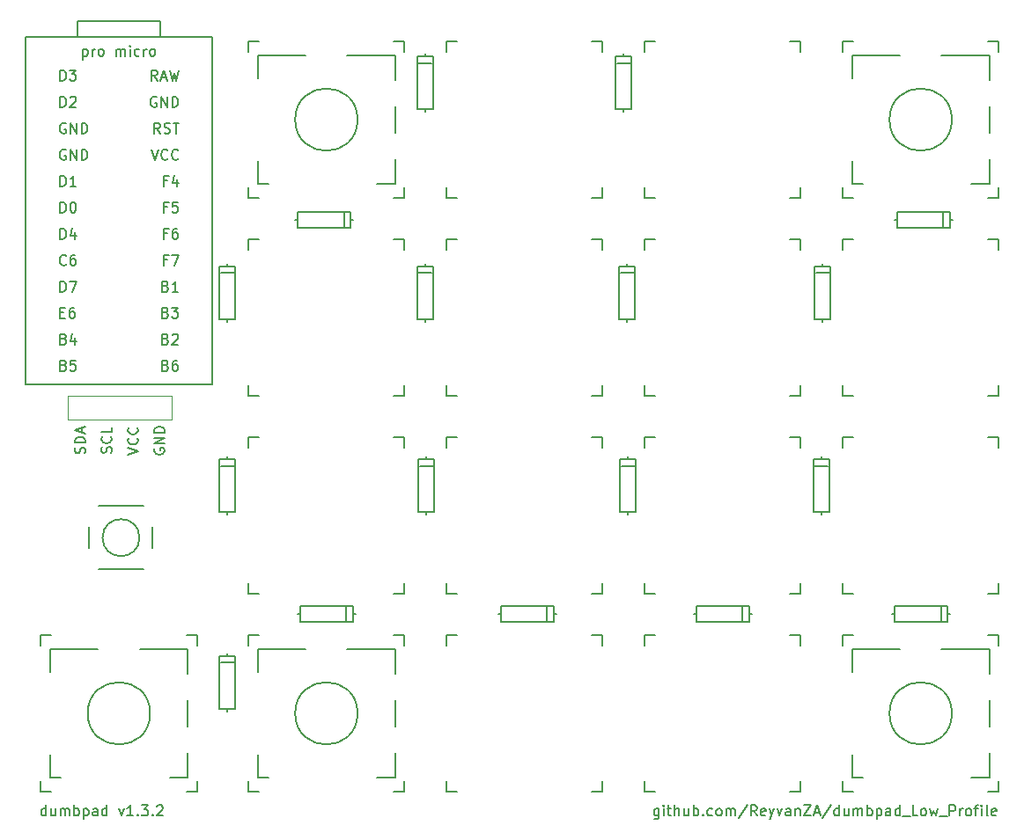
<source format=gto>
G04 #@! TF.GenerationSoftware,KiCad,Pcbnew,9.0.7*
G04 #@! TF.CreationDate,2026-01-19T20:35:09+01:00*
G04 #@! TF.ProjectId,dumbpad,64756d62-7061-4642-9e6b-696361645f70,rev?*
G04 #@! TF.SameCoordinates,Original*
G04 #@! TF.FileFunction,Legend,Top*
G04 #@! TF.FilePolarity,Positive*
%FSLAX46Y46*%
G04 Gerber Fmt 4.6, Leading zero omitted, Abs format (unit mm)*
G04 Created by KiCad (PCBNEW 9.0.7) date 2026-01-19 20:35:09*
%MOMM*%
%LPD*%
G01*
G04 APERTURE LIST*
G04 Aperture macros list*
%AMHorizOval*
0 Thick line with rounded ends*
0 $1 width*
0 $2 $3 position (X,Y) of the first rounded end (center of the circle)*
0 $4 $5 position (X,Y) of the second rounded end (center of the circle)*
0 Add line between two ends*
20,1,$1,$2,$3,$4,$5,0*
0 Add two circle primitives to create the rounded ends*
1,1,$1,$2,$3*
1,1,$1,$4,$5*%
G04 Aperture macros list end*
%ADD10C,0.180000*%
%ADD11C,0.150000*%
%ADD12C,0.203200*%
%ADD13C,0.120000*%
%ADD14C,2.100000*%
%ADD15C,3.000000*%
%ADD16C,5.100000*%
%ADD17HorizOval,2.400000X-0.492404X-0.086824X0.492404X0.086824X0*%
%ADD18C,1.627000*%
%ADD19O,3.127000X3.302000*%
%ADD20C,3.627000*%
%ADD21O,3.127000X3.314500*%
%ADD22C,1.477000*%
%ADD23C,2.006600*%
%ADD24R,1.700000X1.700000*%
%ADD25O,1.700000X1.700000*%
%ADD26C,1.548000*%
G04 APERTURE END LIST*
D10*
X101051100Y-68253600D02*
X106051100Y-68253600D01*
X106051100Y-66753600D02*
X114051100Y-66753600D01*
X114051100Y-68253600D02*
X119051100Y-68253600D01*
X119051100Y-101753600D02*
X101051100Y-101753600D01*
X119051100Y-68253600D02*
X119051100Y-101753600D01*
X114051100Y-66753600D02*
X114051100Y-68253600D01*
X106051100Y-68253600D02*
X106051100Y-66753600D01*
X106051100Y-68253600D02*
X114051100Y-68253600D01*
X101051100Y-101753600D02*
X101051100Y-68253600D01*
X103036187Y-143246859D02*
X103036187Y-142246859D01*
X103036187Y-143199240D02*
X102940949Y-143246859D01*
X102940949Y-143246859D02*
X102750473Y-143246859D01*
X102750473Y-143246859D02*
X102655235Y-143199240D01*
X102655235Y-143199240D02*
X102607616Y-143151620D01*
X102607616Y-143151620D02*
X102559997Y-143056382D01*
X102559997Y-143056382D02*
X102559997Y-142770668D01*
X102559997Y-142770668D02*
X102607616Y-142675430D01*
X102607616Y-142675430D02*
X102655235Y-142627811D01*
X102655235Y-142627811D02*
X102750473Y-142580192D01*
X102750473Y-142580192D02*
X102940949Y-142580192D01*
X102940949Y-142580192D02*
X103036187Y-142627811D01*
X103940949Y-142580192D02*
X103940949Y-143246859D01*
X103512378Y-142580192D02*
X103512378Y-143104001D01*
X103512378Y-143104001D02*
X103559997Y-143199240D01*
X103559997Y-143199240D02*
X103655235Y-143246859D01*
X103655235Y-143246859D02*
X103798092Y-143246859D01*
X103798092Y-143246859D02*
X103893330Y-143199240D01*
X103893330Y-143199240D02*
X103940949Y-143151620D01*
X104417140Y-143246859D02*
X104417140Y-142580192D01*
X104417140Y-142675430D02*
X104464759Y-142627811D01*
X104464759Y-142627811D02*
X104559997Y-142580192D01*
X104559997Y-142580192D02*
X104702854Y-142580192D01*
X104702854Y-142580192D02*
X104798092Y-142627811D01*
X104798092Y-142627811D02*
X104845711Y-142723049D01*
X104845711Y-142723049D02*
X104845711Y-143246859D01*
X104845711Y-142723049D02*
X104893330Y-142627811D01*
X104893330Y-142627811D02*
X104988568Y-142580192D01*
X104988568Y-142580192D02*
X105131425Y-142580192D01*
X105131425Y-142580192D02*
X105226664Y-142627811D01*
X105226664Y-142627811D02*
X105274283Y-142723049D01*
X105274283Y-142723049D02*
X105274283Y-143246859D01*
X105750473Y-143246859D02*
X105750473Y-142246859D01*
X105750473Y-142627811D02*
X105845711Y-142580192D01*
X105845711Y-142580192D02*
X106036187Y-142580192D01*
X106036187Y-142580192D02*
X106131425Y-142627811D01*
X106131425Y-142627811D02*
X106179044Y-142675430D01*
X106179044Y-142675430D02*
X106226663Y-142770668D01*
X106226663Y-142770668D02*
X106226663Y-143056382D01*
X106226663Y-143056382D02*
X106179044Y-143151620D01*
X106179044Y-143151620D02*
X106131425Y-143199240D01*
X106131425Y-143199240D02*
X106036187Y-143246859D01*
X106036187Y-143246859D02*
X105845711Y-143246859D01*
X105845711Y-143246859D02*
X105750473Y-143199240D01*
X106655235Y-142580192D02*
X106655235Y-143580192D01*
X106655235Y-142627811D02*
X106750473Y-142580192D01*
X106750473Y-142580192D02*
X106940949Y-142580192D01*
X106940949Y-142580192D02*
X107036187Y-142627811D01*
X107036187Y-142627811D02*
X107083806Y-142675430D01*
X107083806Y-142675430D02*
X107131425Y-142770668D01*
X107131425Y-142770668D02*
X107131425Y-143056382D01*
X107131425Y-143056382D02*
X107083806Y-143151620D01*
X107083806Y-143151620D02*
X107036187Y-143199240D01*
X107036187Y-143199240D02*
X106940949Y-143246859D01*
X106940949Y-143246859D02*
X106750473Y-143246859D01*
X106750473Y-143246859D02*
X106655235Y-143199240D01*
X107988568Y-143246859D02*
X107988568Y-142723049D01*
X107988568Y-142723049D02*
X107940949Y-142627811D01*
X107940949Y-142627811D02*
X107845711Y-142580192D01*
X107845711Y-142580192D02*
X107655235Y-142580192D01*
X107655235Y-142580192D02*
X107559997Y-142627811D01*
X107988568Y-143199240D02*
X107893330Y-143246859D01*
X107893330Y-143246859D02*
X107655235Y-143246859D01*
X107655235Y-143246859D02*
X107559997Y-143199240D01*
X107559997Y-143199240D02*
X107512378Y-143104001D01*
X107512378Y-143104001D02*
X107512378Y-143008763D01*
X107512378Y-143008763D02*
X107559997Y-142913525D01*
X107559997Y-142913525D02*
X107655235Y-142865906D01*
X107655235Y-142865906D02*
X107893330Y-142865906D01*
X107893330Y-142865906D02*
X107988568Y-142818287D01*
X108893330Y-143246859D02*
X108893330Y-142246859D01*
X108893330Y-143199240D02*
X108798092Y-143246859D01*
X108798092Y-143246859D02*
X108607616Y-143246859D01*
X108607616Y-143246859D02*
X108512378Y-143199240D01*
X108512378Y-143199240D02*
X108464759Y-143151620D01*
X108464759Y-143151620D02*
X108417140Y-143056382D01*
X108417140Y-143056382D02*
X108417140Y-142770668D01*
X108417140Y-142770668D02*
X108464759Y-142675430D01*
X108464759Y-142675430D02*
X108512378Y-142627811D01*
X108512378Y-142627811D02*
X108607616Y-142580192D01*
X108607616Y-142580192D02*
X108798092Y-142580192D01*
X108798092Y-142580192D02*
X108893330Y-142627811D01*
X110036188Y-142580192D02*
X110274283Y-143246859D01*
X110274283Y-143246859D02*
X110512378Y-142580192D01*
X111417140Y-143246859D02*
X110845712Y-143246859D01*
X111131426Y-143246859D02*
X111131426Y-142246859D01*
X111131426Y-142246859D02*
X111036188Y-142389716D01*
X111036188Y-142389716D02*
X110940950Y-142484954D01*
X110940950Y-142484954D02*
X110845712Y-142532573D01*
X111845712Y-143151620D02*
X111893331Y-143199240D01*
X111893331Y-143199240D02*
X111845712Y-143246859D01*
X111845712Y-143246859D02*
X111798093Y-143199240D01*
X111798093Y-143199240D02*
X111845712Y-143151620D01*
X111845712Y-143151620D02*
X111845712Y-143246859D01*
X112226664Y-142246859D02*
X112845711Y-142246859D01*
X112845711Y-142246859D02*
X112512378Y-142627811D01*
X112512378Y-142627811D02*
X112655235Y-142627811D01*
X112655235Y-142627811D02*
X112750473Y-142675430D01*
X112750473Y-142675430D02*
X112798092Y-142723049D01*
X112798092Y-142723049D02*
X112845711Y-142818287D01*
X112845711Y-142818287D02*
X112845711Y-143056382D01*
X112845711Y-143056382D02*
X112798092Y-143151620D01*
X112798092Y-143151620D02*
X112750473Y-143199240D01*
X112750473Y-143199240D02*
X112655235Y-143246859D01*
X112655235Y-143246859D02*
X112369521Y-143246859D01*
X112369521Y-143246859D02*
X112274283Y-143199240D01*
X112274283Y-143199240D02*
X112226664Y-143151620D01*
X113274283Y-143151620D02*
X113321902Y-143199240D01*
X113321902Y-143199240D02*
X113274283Y-143246859D01*
X113274283Y-143246859D02*
X113226664Y-143199240D01*
X113226664Y-143199240D02*
X113274283Y-143151620D01*
X113274283Y-143151620D02*
X113274283Y-143246859D01*
X113702854Y-142342097D02*
X113750473Y-142294478D01*
X113750473Y-142294478D02*
X113845711Y-142246859D01*
X113845711Y-142246859D02*
X114083806Y-142246859D01*
X114083806Y-142246859D02*
X114179044Y-142294478D01*
X114179044Y-142294478D02*
X114226663Y-142342097D01*
X114226663Y-142342097D02*
X114274282Y-142437335D01*
X114274282Y-142437335D02*
X114274282Y-142532573D01*
X114274282Y-142532573D02*
X114226663Y-142675430D01*
X114226663Y-142675430D02*
X113655235Y-143246859D01*
X113655235Y-143246859D02*
X114274282Y-143246859D01*
X104407616Y-92816859D02*
X104407616Y-91816859D01*
X104407616Y-91816859D02*
X104645711Y-91816859D01*
X104645711Y-91816859D02*
X104788568Y-91864478D01*
X104788568Y-91864478D02*
X104883806Y-91959716D01*
X104883806Y-91959716D02*
X104931425Y-92054954D01*
X104931425Y-92054954D02*
X104979044Y-92245430D01*
X104979044Y-92245430D02*
X104979044Y-92388287D01*
X104979044Y-92388287D02*
X104931425Y-92578763D01*
X104931425Y-92578763D02*
X104883806Y-92674001D01*
X104883806Y-92674001D02*
X104788568Y-92769240D01*
X104788568Y-92769240D02*
X104645711Y-92816859D01*
X104645711Y-92816859D02*
X104407616Y-92816859D01*
X105312378Y-91816859D02*
X105979044Y-91816859D01*
X105979044Y-91816859D02*
X105550473Y-92816859D01*
X104931425Y-79164478D02*
X104836187Y-79116859D01*
X104836187Y-79116859D02*
X104693330Y-79116859D01*
X104693330Y-79116859D02*
X104550473Y-79164478D01*
X104550473Y-79164478D02*
X104455235Y-79259716D01*
X104455235Y-79259716D02*
X104407616Y-79354954D01*
X104407616Y-79354954D02*
X104359997Y-79545430D01*
X104359997Y-79545430D02*
X104359997Y-79688287D01*
X104359997Y-79688287D02*
X104407616Y-79878763D01*
X104407616Y-79878763D02*
X104455235Y-79974001D01*
X104455235Y-79974001D02*
X104550473Y-80069240D01*
X104550473Y-80069240D02*
X104693330Y-80116859D01*
X104693330Y-80116859D02*
X104788568Y-80116859D01*
X104788568Y-80116859D02*
X104931425Y-80069240D01*
X104931425Y-80069240D02*
X104979044Y-80021620D01*
X104979044Y-80021620D02*
X104979044Y-79688287D01*
X104979044Y-79688287D02*
X104788568Y-79688287D01*
X105407616Y-80116859D02*
X105407616Y-79116859D01*
X105407616Y-79116859D02*
X105979044Y-80116859D01*
X105979044Y-80116859D02*
X105979044Y-79116859D01*
X106455235Y-80116859D02*
X106455235Y-79116859D01*
X106455235Y-79116859D02*
X106693330Y-79116859D01*
X106693330Y-79116859D02*
X106836187Y-79164478D01*
X106836187Y-79164478D02*
X106931425Y-79259716D01*
X106931425Y-79259716D02*
X106979044Y-79354954D01*
X106979044Y-79354954D02*
X107026663Y-79545430D01*
X107026663Y-79545430D02*
X107026663Y-79688287D01*
X107026663Y-79688287D02*
X106979044Y-79878763D01*
X106979044Y-79878763D02*
X106931425Y-79974001D01*
X106931425Y-79974001D02*
X106836187Y-80069240D01*
X106836187Y-80069240D02*
X106693330Y-80116859D01*
X106693330Y-80116859D02*
X106455235Y-80116859D01*
X104979044Y-90181620D02*
X104931425Y-90229240D01*
X104931425Y-90229240D02*
X104788568Y-90276859D01*
X104788568Y-90276859D02*
X104693330Y-90276859D01*
X104693330Y-90276859D02*
X104550473Y-90229240D01*
X104550473Y-90229240D02*
X104455235Y-90134001D01*
X104455235Y-90134001D02*
X104407616Y-90038763D01*
X104407616Y-90038763D02*
X104359997Y-89848287D01*
X104359997Y-89848287D02*
X104359997Y-89705430D01*
X104359997Y-89705430D02*
X104407616Y-89514954D01*
X104407616Y-89514954D02*
X104455235Y-89419716D01*
X104455235Y-89419716D02*
X104550473Y-89324478D01*
X104550473Y-89324478D02*
X104693330Y-89276859D01*
X104693330Y-89276859D02*
X104788568Y-89276859D01*
X104788568Y-89276859D02*
X104931425Y-89324478D01*
X104931425Y-89324478D02*
X104979044Y-89372097D01*
X105836187Y-89276859D02*
X105645711Y-89276859D01*
X105645711Y-89276859D02*
X105550473Y-89324478D01*
X105550473Y-89324478D02*
X105502854Y-89372097D01*
X105502854Y-89372097D02*
X105407616Y-89514954D01*
X105407616Y-89514954D02*
X105359997Y-89705430D01*
X105359997Y-89705430D02*
X105359997Y-90086382D01*
X105359997Y-90086382D02*
X105407616Y-90181620D01*
X105407616Y-90181620D02*
X105455235Y-90229240D01*
X105455235Y-90229240D02*
X105550473Y-90276859D01*
X105550473Y-90276859D02*
X105740949Y-90276859D01*
X105740949Y-90276859D02*
X105836187Y-90229240D01*
X105836187Y-90229240D02*
X105883806Y-90181620D01*
X105883806Y-90181620D02*
X105931425Y-90086382D01*
X105931425Y-90086382D02*
X105931425Y-89848287D01*
X105931425Y-89848287D02*
X105883806Y-89753049D01*
X105883806Y-89753049D02*
X105836187Y-89705430D01*
X105836187Y-89705430D02*
X105740949Y-89657811D01*
X105740949Y-89657811D02*
X105550473Y-89657811D01*
X105550473Y-89657811D02*
X105455235Y-89705430D01*
X105455235Y-89705430D02*
X105407616Y-89753049D01*
X105407616Y-89753049D02*
X105359997Y-89848287D01*
X114694583Y-89753049D02*
X114361250Y-89753049D01*
X114361250Y-90276859D02*
X114361250Y-89276859D01*
X114361250Y-89276859D02*
X114837440Y-89276859D01*
X115123155Y-89276859D02*
X115789821Y-89276859D01*
X115789821Y-89276859D02*
X115361250Y-90276859D01*
X114551726Y-99913049D02*
X114694583Y-99960668D01*
X114694583Y-99960668D02*
X114742202Y-100008287D01*
X114742202Y-100008287D02*
X114789821Y-100103525D01*
X114789821Y-100103525D02*
X114789821Y-100246382D01*
X114789821Y-100246382D02*
X114742202Y-100341620D01*
X114742202Y-100341620D02*
X114694583Y-100389240D01*
X114694583Y-100389240D02*
X114599345Y-100436859D01*
X114599345Y-100436859D02*
X114218393Y-100436859D01*
X114218393Y-100436859D02*
X114218393Y-99436859D01*
X114218393Y-99436859D02*
X114551726Y-99436859D01*
X114551726Y-99436859D02*
X114646964Y-99484478D01*
X114646964Y-99484478D02*
X114694583Y-99532097D01*
X114694583Y-99532097D02*
X114742202Y-99627335D01*
X114742202Y-99627335D02*
X114742202Y-99722573D01*
X114742202Y-99722573D02*
X114694583Y-99817811D01*
X114694583Y-99817811D02*
X114646964Y-99865430D01*
X114646964Y-99865430D02*
X114551726Y-99913049D01*
X114551726Y-99913049D02*
X114218393Y-99913049D01*
X115646964Y-99436859D02*
X115456488Y-99436859D01*
X115456488Y-99436859D02*
X115361250Y-99484478D01*
X115361250Y-99484478D02*
X115313631Y-99532097D01*
X115313631Y-99532097D02*
X115218393Y-99674954D01*
X115218393Y-99674954D02*
X115170774Y-99865430D01*
X115170774Y-99865430D02*
X115170774Y-100246382D01*
X115170774Y-100246382D02*
X115218393Y-100341620D01*
X115218393Y-100341620D02*
X115266012Y-100389240D01*
X115266012Y-100389240D02*
X115361250Y-100436859D01*
X115361250Y-100436859D02*
X115551726Y-100436859D01*
X115551726Y-100436859D02*
X115646964Y-100389240D01*
X115646964Y-100389240D02*
X115694583Y-100341620D01*
X115694583Y-100341620D02*
X115742202Y-100246382D01*
X115742202Y-100246382D02*
X115742202Y-100008287D01*
X115742202Y-100008287D02*
X115694583Y-99913049D01*
X115694583Y-99913049D02*
X115646964Y-99865430D01*
X115646964Y-99865430D02*
X115551726Y-99817811D01*
X115551726Y-99817811D02*
X115361250Y-99817811D01*
X115361250Y-99817811D02*
X115266012Y-99865430D01*
X115266012Y-99865430D02*
X115218393Y-99913049D01*
X115218393Y-99913049D02*
X115170774Y-100008287D01*
X104407616Y-82656859D02*
X104407616Y-81656859D01*
X104407616Y-81656859D02*
X104645711Y-81656859D01*
X104645711Y-81656859D02*
X104788568Y-81704478D01*
X104788568Y-81704478D02*
X104883806Y-81799716D01*
X104883806Y-81799716D02*
X104931425Y-81894954D01*
X104931425Y-81894954D02*
X104979044Y-82085430D01*
X104979044Y-82085430D02*
X104979044Y-82228287D01*
X104979044Y-82228287D02*
X104931425Y-82418763D01*
X104931425Y-82418763D02*
X104883806Y-82514001D01*
X104883806Y-82514001D02*
X104788568Y-82609240D01*
X104788568Y-82609240D02*
X104645711Y-82656859D01*
X104645711Y-82656859D02*
X104407616Y-82656859D01*
X105931425Y-82656859D02*
X105359997Y-82656859D01*
X105645711Y-82656859D02*
X105645711Y-81656859D01*
X105645711Y-81656859D02*
X105550473Y-81799716D01*
X105550473Y-81799716D02*
X105455235Y-81894954D01*
X105455235Y-81894954D02*
X105359997Y-81942573D01*
X114551726Y-92293049D02*
X114694583Y-92340668D01*
X114694583Y-92340668D02*
X114742202Y-92388287D01*
X114742202Y-92388287D02*
X114789821Y-92483525D01*
X114789821Y-92483525D02*
X114789821Y-92626382D01*
X114789821Y-92626382D02*
X114742202Y-92721620D01*
X114742202Y-92721620D02*
X114694583Y-92769240D01*
X114694583Y-92769240D02*
X114599345Y-92816859D01*
X114599345Y-92816859D02*
X114218393Y-92816859D01*
X114218393Y-92816859D02*
X114218393Y-91816859D01*
X114218393Y-91816859D02*
X114551726Y-91816859D01*
X114551726Y-91816859D02*
X114646964Y-91864478D01*
X114646964Y-91864478D02*
X114694583Y-91912097D01*
X114694583Y-91912097D02*
X114742202Y-92007335D01*
X114742202Y-92007335D02*
X114742202Y-92102573D01*
X114742202Y-92102573D02*
X114694583Y-92197811D01*
X114694583Y-92197811D02*
X114646964Y-92245430D01*
X114646964Y-92245430D02*
X114551726Y-92293049D01*
X114551726Y-92293049D02*
X114218393Y-92293049D01*
X115742202Y-92816859D02*
X115170774Y-92816859D01*
X115456488Y-92816859D02*
X115456488Y-91816859D01*
X115456488Y-91816859D02*
X115361250Y-91959716D01*
X115361250Y-91959716D02*
X115266012Y-92054954D01*
X115266012Y-92054954D02*
X115170774Y-92102573D01*
X114551726Y-97373049D02*
X114694583Y-97420668D01*
X114694583Y-97420668D02*
X114742202Y-97468287D01*
X114742202Y-97468287D02*
X114789821Y-97563525D01*
X114789821Y-97563525D02*
X114789821Y-97706382D01*
X114789821Y-97706382D02*
X114742202Y-97801620D01*
X114742202Y-97801620D02*
X114694583Y-97849240D01*
X114694583Y-97849240D02*
X114599345Y-97896859D01*
X114599345Y-97896859D02*
X114218393Y-97896859D01*
X114218393Y-97896859D02*
X114218393Y-96896859D01*
X114218393Y-96896859D02*
X114551726Y-96896859D01*
X114551726Y-96896859D02*
X114646964Y-96944478D01*
X114646964Y-96944478D02*
X114694583Y-96992097D01*
X114694583Y-96992097D02*
X114742202Y-97087335D01*
X114742202Y-97087335D02*
X114742202Y-97182573D01*
X114742202Y-97182573D02*
X114694583Y-97277811D01*
X114694583Y-97277811D02*
X114646964Y-97325430D01*
X114646964Y-97325430D02*
X114551726Y-97373049D01*
X114551726Y-97373049D02*
X114218393Y-97373049D01*
X115170774Y-96992097D02*
X115218393Y-96944478D01*
X115218393Y-96944478D02*
X115313631Y-96896859D01*
X115313631Y-96896859D02*
X115551726Y-96896859D01*
X115551726Y-96896859D02*
X115646964Y-96944478D01*
X115646964Y-96944478D02*
X115694583Y-96992097D01*
X115694583Y-96992097D02*
X115742202Y-97087335D01*
X115742202Y-97087335D02*
X115742202Y-97182573D01*
X115742202Y-97182573D02*
X115694583Y-97325430D01*
X115694583Y-97325430D02*
X115123155Y-97896859D01*
X115123155Y-97896859D02*
X115742202Y-97896859D01*
X104407616Y-75036859D02*
X104407616Y-74036859D01*
X104407616Y-74036859D02*
X104645711Y-74036859D01*
X104645711Y-74036859D02*
X104788568Y-74084478D01*
X104788568Y-74084478D02*
X104883806Y-74179716D01*
X104883806Y-74179716D02*
X104931425Y-74274954D01*
X104931425Y-74274954D02*
X104979044Y-74465430D01*
X104979044Y-74465430D02*
X104979044Y-74608287D01*
X104979044Y-74608287D02*
X104931425Y-74798763D01*
X104931425Y-74798763D02*
X104883806Y-74894001D01*
X104883806Y-74894001D02*
X104788568Y-74989240D01*
X104788568Y-74989240D02*
X104645711Y-75036859D01*
X104645711Y-75036859D02*
X104407616Y-75036859D01*
X105359997Y-74132097D02*
X105407616Y-74084478D01*
X105407616Y-74084478D02*
X105502854Y-74036859D01*
X105502854Y-74036859D02*
X105740949Y-74036859D01*
X105740949Y-74036859D02*
X105836187Y-74084478D01*
X105836187Y-74084478D02*
X105883806Y-74132097D01*
X105883806Y-74132097D02*
X105931425Y-74227335D01*
X105931425Y-74227335D02*
X105931425Y-74322573D01*
X105931425Y-74322573D02*
X105883806Y-74465430D01*
X105883806Y-74465430D02*
X105312378Y-75036859D01*
X105312378Y-75036859D02*
X105931425Y-75036859D01*
X104407616Y-87736859D02*
X104407616Y-86736859D01*
X104407616Y-86736859D02*
X104645711Y-86736859D01*
X104645711Y-86736859D02*
X104788568Y-86784478D01*
X104788568Y-86784478D02*
X104883806Y-86879716D01*
X104883806Y-86879716D02*
X104931425Y-86974954D01*
X104931425Y-86974954D02*
X104979044Y-87165430D01*
X104979044Y-87165430D02*
X104979044Y-87308287D01*
X104979044Y-87308287D02*
X104931425Y-87498763D01*
X104931425Y-87498763D02*
X104883806Y-87594001D01*
X104883806Y-87594001D02*
X104788568Y-87689240D01*
X104788568Y-87689240D02*
X104645711Y-87736859D01*
X104645711Y-87736859D02*
X104407616Y-87736859D01*
X105836187Y-87070192D02*
X105836187Y-87736859D01*
X105598092Y-86689240D02*
X105359997Y-87403525D01*
X105359997Y-87403525D02*
X105979044Y-87403525D01*
X114694583Y-87213049D02*
X114361250Y-87213049D01*
X114361250Y-87736859D02*
X114361250Y-86736859D01*
X114361250Y-86736859D02*
X114837440Y-86736859D01*
X115646964Y-86736859D02*
X115456488Y-86736859D01*
X115456488Y-86736859D02*
X115361250Y-86784478D01*
X115361250Y-86784478D02*
X115313631Y-86832097D01*
X115313631Y-86832097D02*
X115218393Y-86974954D01*
X115218393Y-86974954D02*
X115170774Y-87165430D01*
X115170774Y-87165430D02*
X115170774Y-87546382D01*
X115170774Y-87546382D02*
X115218393Y-87641620D01*
X115218393Y-87641620D02*
X115266012Y-87689240D01*
X115266012Y-87689240D02*
X115361250Y-87736859D01*
X115361250Y-87736859D02*
X115551726Y-87736859D01*
X115551726Y-87736859D02*
X115646964Y-87689240D01*
X115646964Y-87689240D02*
X115694583Y-87641620D01*
X115694583Y-87641620D02*
X115742202Y-87546382D01*
X115742202Y-87546382D02*
X115742202Y-87308287D01*
X115742202Y-87308287D02*
X115694583Y-87213049D01*
X115694583Y-87213049D02*
X115646964Y-87165430D01*
X115646964Y-87165430D02*
X115551726Y-87117811D01*
X115551726Y-87117811D02*
X115361250Y-87117811D01*
X115361250Y-87117811D02*
X115266012Y-87165430D01*
X115266012Y-87165430D02*
X115218393Y-87213049D01*
X115218393Y-87213049D02*
X115170774Y-87308287D01*
X114551726Y-94833049D02*
X114694583Y-94880668D01*
X114694583Y-94880668D02*
X114742202Y-94928287D01*
X114742202Y-94928287D02*
X114789821Y-95023525D01*
X114789821Y-95023525D02*
X114789821Y-95166382D01*
X114789821Y-95166382D02*
X114742202Y-95261620D01*
X114742202Y-95261620D02*
X114694583Y-95309240D01*
X114694583Y-95309240D02*
X114599345Y-95356859D01*
X114599345Y-95356859D02*
X114218393Y-95356859D01*
X114218393Y-95356859D02*
X114218393Y-94356859D01*
X114218393Y-94356859D02*
X114551726Y-94356859D01*
X114551726Y-94356859D02*
X114646964Y-94404478D01*
X114646964Y-94404478D02*
X114694583Y-94452097D01*
X114694583Y-94452097D02*
X114742202Y-94547335D01*
X114742202Y-94547335D02*
X114742202Y-94642573D01*
X114742202Y-94642573D02*
X114694583Y-94737811D01*
X114694583Y-94737811D02*
X114646964Y-94785430D01*
X114646964Y-94785430D02*
X114551726Y-94833049D01*
X114551726Y-94833049D02*
X114218393Y-94833049D01*
X115123155Y-94356859D02*
X115742202Y-94356859D01*
X115742202Y-94356859D02*
X115408869Y-94737811D01*
X115408869Y-94737811D02*
X115551726Y-94737811D01*
X115551726Y-94737811D02*
X115646964Y-94785430D01*
X115646964Y-94785430D02*
X115694583Y-94833049D01*
X115694583Y-94833049D02*
X115742202Y-94928287D01*
X115742202Y-94928287D02*
X115742202Y-95166382D01*
X115742202Y-95166382D02*
X115694583Y-95261620D01*
X115694583Y-95261620D02*
X115646964Y-95309240D01*
X115646964Y-95309240D02*
X115551726Y-95356859D01*
X115551726Y-95356859D02*
X115266012Y-95356859D01*
X115266012Y-95356859D02*
X115170774Y-95309240D01*
X115170774Y-95309240D02*
X115123155Y-95261620D01*
X110893259Y-108483333D02*
X111893259Y-108150000D01*
X111893259Y-108150000D02*
X110893259Y-107816667D01*
X111798020Y-106911905D02*
X111845640Y-106959524D01*
X111845640Y-106959524D02*
X111893259Y-107102381D01*
X111893259Y-107102381D02*
X111893259Y-107197619D01*
X111893259Y-107197619D02*
X111845640Y-107340476D01*
X111845640Y-107340476D02*
X111750401Y-107435714D01*
X111750401Y-107435714D02*
X111655163Y-107483333D01*
X111655163Y-107483333D02*
X111464687Y-107530952D01*
X111464687Y-107530952D02*
X111321830Y-107530952D01*
X111321830Y-107530952D02*
X111131354Y-107483333D01*
X111131354Y-107483333D02*
X111036116Y-107435714D01*
X111036116Y-107435714D02*
X110940878Y-107340476D01*
X110940878Y-107340476D02*
X110893259Y-107197619D01*
X110893259Y-107197619D02*
X110893259Y-107102381D01*
X110893259Y-107102381D02*
X110940878Y-106959524D01*
X110940878Y-106959524D02*
X110988497Y-106911905D01*
X111798020Y-105911905D02*
X111845640Y-105959524D01*
X111845640Y-105959524D02*
X111893259Y-106102381D01*
X111893259Y-106102381D02*
X111893259Y-106197619D01*
X111893259Y-106197619D02*
X111845640Y-106340476D01*
X111845640Y-106340476D02*
X111750401Y-106435714D01*
X111750401Y-106435714D02*
X111655163Y-106483333D01*
X111655163Y-106483333D02*
X111464687Y-106530952D01*
X111464687Y-106530952D02*
X111321830Y-106530952D01*
X111321830Y-106530952D02*
X111131354Y-106483333D01*
X111131354Y-106483333D02*
X111036116Y-106435714D01*
X111036116Y-106435714D02*
X110940878Y-106340476D01*
X110940878Y-106340476D02*
X110893259Y-106197619D01*
X110893259Y-106197619D02*
X110893259Y-106102381D01*
X110893259Y-106102381D02*
X110940878Y-105959524D01*
X110940878Y-105959524D02*
X110988497Y-105911905D01*
X106765640Y-108364285D02*
X106813259Y-108221428D01*
X106813259Y-108221428D02*
X106813259Y-107983333D01*
X106813259Y-107983333D02*
X106765640Y-107888095D01*
X106765640Y-107888095D02*
X106718020Y-107840476D01*
X106718020Y-107840476D02*
X106622782Y-107792857D01*
X106622782Y-107792857D02*
X106527544Y-107792857D01*
X106527544Y-107792857D02*
X106432306Y-107840476D01*
X106432306Y-107840476D02*
X106384687Y-107888095D01*
X106384687Y-107888095D02*
X106337068Y-107983333D01*
X106337068Y-107983333D02*
X106289449Y-108173809D01*
X106289449Y-108173809D02*
X106241830Y-108269047D01*
X106241830Y-108269047D02*
X106194211Y-108316666D01*
X106194211Y-108316666D02*
X106098973Y-108364285D01*
X106098973Y-108364285D02*
X106003735Y-108364285D01*
X106003735Y-108364285D02*
X105908497Y-108316666D01*
X105908497Y-108316666D02*
X105860878Y-108269047D01*
X105860878Y-108269047D02*
X105813259Y-108173809D01*
X105813259Y-108173809D02*
X105813259Y-107935714D01*
X105813259Y-107935714D02*
X105860878Y-107792857D01*
X106813259Y-107364285D02*
X105813259Y-107364285D01*
X105813259Y-107364285D02*
X105813259Y-107126190D01*
X105813259Y-107126190D02*
X105860878Y-106983333D01*
X105860878Y-106983333D02*
X105956116Y-106888095D01*
X105956116Y-106888095D02*
X106051354Y-106840476D01*
X106051354Y-106840476D02*
X106241830Y-106792857D01*
X106241830Y-106792857D02*
X106384687Y-106792857D01*
X106384687Y-106792857D02*
X106575163Y-106840476D01*
X106575163Y-106840476D02*
X106670401Y-106888095D01*
X106670401Y-106888095D02*
X106765640Y-106983333D01*
X106765640Y-106983333D02*
X106813259Y-107126190D01*
X106813259Y-107126190D02*
X106813259Y-107364285D01*
X106527544Y-106411904D02*
X106527544Y-105935714D01*
X106813259Y-106507142D02*
X105813259Y-106173809D01*
X105813259Y-106173809D02*
X106813259Y-105840476D01*
X104407616Y-72496859D02*
X104407616Y-71496859D01*
X104407616Y-71496859D02*
X104645711Y-71496859D01*
X104645711Y-71496859D02*
X104788568Y-71544478D01*
X104788568Y-71544478D02*
X104883806Y-71639716D01*
X104883806Y-71639716D02*
X104931425Y-71734954D01*
X104931425Y-71734954D02*
X104979044Y-71925430D01*
X104979044Y-71925430D02*
X104979044Y-72068287D01*
X104979044Y-72068287D02*
X104931425Y-72258763D01*
X104931425Y-72258763D02*
X104883806Y-72354001D01*
X104883806Y-72354001D02*
X104788568Y-72449240D01*
X104788568Y-72449240D02*
X104645711Y-72496859D01*
X104645711Y-72496859D02*
X104407616Y-72496859D01*
X105312378Y-71496859D02*
X105931425Y-71496859D01*
X105931425Y-71496859D02*
X105598092Y-71877811D01*
X105598092Y-71877811D02*
X105740949Y-71877811D01*
X105740949Y-71877811D02*
X105836187Y-71925430D01*
X105836187Y-71925430D02*
X105883806Y-71973049D01*
X105883806Y-71973049D02*
X105931425Y-72068287D01*
X105931425Y-72068287D02*
X105931425Y-72306382D01*
X105931425Y-72306382D02*
X105883806Y-72401620D01*
X105883806Y-72401620D02*
X105836187Y-72449240D01*
X105836187Y-72449240D02*
X105740949Y-72496859D01*
X105740949Y-72496859D02*
X105455235Y-72496859D01*
X105455235Y-72496859D02*
X105359997Y-72449240D01*
X105359997Y-72449240D02*
X105312378Y-72401620D01*
X104740949Y-99913049D02*
X104883806Y-99960668D01*
X104883806Y-99960668D02*
X104931425Y-100008287D01*
X104931425Y-100008287D02*
X104979044Y-100103525D01*
X104979044Y-100103525D02*
X104979044Y-100246382D01*
X104979044Y-100246382D02*
X104931425Y-100341620D01*
X104931425Y-100341620D02*
X104883806Y-100389240D01*
X104883806Y-100389240D02*
X104788568Y-100436859D01*
X104788568Y-100436859D02*
X104407616Y-100436859D01*
X104407616Y-100436859D02*
X104407616Y-99436859D01*
X104407616Y-99436859D02*
X104740949Y-99436859D01*
X104740949Y-99436859D02*
X104836187Y-99484478D01*
X104836187Y-99484478D02*
X104883806Y-99532097D01*
X104883806Y-99532097D02*
X104931425Y-99627335D01*
X104931425Y-99627335D02*
X104931425Y-99722573D01*
X104931425Y-99722573D02*
X104883806Y-99817811D01*
X104883806Y-99817811D02*
X104836187Y-99865430D01*
X104836187Y-99865430D02*
X104740949Y-99913049D01*
X104740949Y-99913049D02*
X104407616Y-99913049D01*
X105883806Y-99436859D02*
X105407616Y-99436859D01*
X105407616Y-99436859D02*
X105359997Y-99913049D01*
X105359997Y-99913049D02*
X105407616Y-99865430D01*
X105407616Y-99865430D02*
X105502854Y-99817811D01*
X105502854Y-99817811D02*
X105740949Y-99817811D01*
X105740949Y-99817811D02*
X105836187Y-99865430D01*
X105836187Y-99865430D02*
X105883806Y-99913049D01*
X105883806Y-99913049D02*
X105931425Y-100008287D01*
X105931425Y-100008287D02*
X105931425Y-100246382D01*
X105931425Y-100246382D02*
X105883806Y-100341620D01*
X105883806Y-100341620D02*
X105836187Y-100389240D01*
X105836187Y-100389240D02*
X105740949Y-100436859D01*
X105740949Y-100436859D02*
X105502854Y-100436859D01*
X105502854Y-100436859D02*
X105407616Y-100389240D01*
X105407616Y-100389240D02*
X105359997Y-100341620D01*
X106598719Y-69455192D02*
X106598719Y-70455192D01*
X106598719Y-69502811D02*
X106693957Y-69455192D01*
X106693957Y-69455192D02*
X106884433Y-69455192D01*
X106884433Y-69455192D02*
X106979671Y-69502811D01*
X106979671Y-69502811D02*
X107027290Y-69550430D01*
X107027290Y-69550430D02*
X107074909Y-69645668D01*
X107074909Y-69645668D02*
X107074909Y-69931382D01*
X107074909Y-69931382D02*
X107027290Y-70026620D01*
X107027290Y-70026620D02*
X106979671Y-70074240D01*
X106979671Y-70074240D02*
X106884433Y-70121859D01*
X106884433Y-70121859D02*
X106693957Y-70121859D01*
X106693957Y-70121859D02*
X106598719Y-70074240D01*
X107503481Y-70121859D02*
X107503481Y-69455192D01*
X107503481Y-69645668D02*
X107551100Y-69550430D01*
X107551100Y-69550430D02*
X107598719Y-69502811D01*
X107598719Y-69502811D02*
X107693957Y-69455192D01*
X107693957Y-69455192D02*
X107789195Y-69455192D01*
X108265386Y-70121859D02*
X108170148Y-70074240D01*
X108170148Y-70074240D02*
X108122529Y-70026620D01*
X108122529Y-70026620D02*
X108074910Y-69931382D01*
X108074910Y-69931382D02*
X108074910Y-69645668D01*
X108074910Y-69645668D02*
X108122529Y-69550430D01*
X108122529Y-69550430D02*
X108170148Y-69502811D01*
X108170148Y-69502811D02*
X108265386Y-69455192D01*
X108265386Y-69455192D02*
X108408243Y-69455192D01*
X108408243Y-69455192D02*
X108503481Y-69502811D01*
X108503481Y-69502811D02*
X108551100Y-69550430D01*
X108551100Y-69550430D02*
X108598719Y-69645668D01*
X108598719Y-69645668D02*
X108598719Y-69931382D01*
X108598719Y-69931382D02*
X108551100Y-70026620D01*
X108551100Y-70026620D02*
X108503481Y-70074240D01*
X108503481Y-70074240D02*
X108408243Y-70121859D01*
X108408243Y-70121859D02*
X108265386Y-70121859D01*
X109789196Y-70121859D02*
X109789196Y-69455192D01*
X109789196Y-69550430D02*
X109836815Y-69502811D01*
X109836815Y-69502811D02*
X109932053Y-69455192D01*
X109932053Y-69455192D02*
X110074910Y-69455192D01*
X110074910Y-69455192D02*
X110170148Y-69502811D01*
X110170148Y-69502811D02*
X110217767Y-69598049D01*
X110217767Y-69598049D02*
X110217767Y-70121859D01*
X110217767Y-69598049D02*
X110265386Y-69502811D01*
X110265386Y-69502811D02*
X110360624Y-69455192D01*
X110360624Y-69455192D02*
X110503481Y-69455192D01*
X110503481Y-69455192D02*
X110598720Y-69502811D01*
X110598720Y-69502811D02*
X110646339Y-69598049D01*
X110646339Y-69598049D02*
X110646339Y-70121859D01*
X111122529Y-70121859D02*
X111122529Y-69455192D01*
X111122529Y-69121859D02*
X111074910Y-69169478D01*
X111074910Y-69169478D02*
X111122529Y-69217097D01*
X111122529Y-69217097D02*
X111170148Y-69169478D01*
X111170148Y-69169478D02*
X111122529Y-69121859D01*
X111122529Y-69121859D02*
X111122529Y-69217097D01*
X112027290Y-70074240D02*
X111932052Y-70121859D01*
X111932052Y-70121859D02*
X111741576Y-70121859D01*
X111741576Y-70121859D02*
X111646338Y-70074240D01*
X111646338Y-70074240D02*
X111598719Y-70026620D01*
X111598719Y-70026620D02*
X111551100Y-69931382D01*
X111551100Y-69931382D02*
X111551100Y-69645668D01*
X111551100Y-69645668D02*
X111598719Y-69550430D01*
X111598719Y-69550430D02*
X111646338Y-69502811D01*
X111646338Y-69502811D02*
X111741576Y-69455192D01*
X111741576Y-69455192D02*
X111932052Y-69455192D01*
X111932052Y-69455192D02*
X112027290Y-69502811D01*
X112455862Y-70121859D02*
X112455862Y-69455192D01*
X112455862Y-69645668D02*
X112503481Y-69550430D01*
X112503481Y-69550430D02*
X112551100Y-69502811D01*
X112551100Y-69502811D02*
X112646338Y-69455192D01*
X112646338Y-69455192D02*
X112741576Y-69455192D01*
X113217767Y-70121859D02*
X113122529Y-70074240D01*
X113122529Y-70074240D02*
X113074910Y-70026620D01*
X113074910Y-70026620D02*
X113027291Y-69931382D01*
X113027291Y-69931382D02*
X113027291Y-69645668D01*
X113027291Y-69645668D02*
X113074910Y-69550430D01*
X113074910Y-69550430D02*
X113122529Y-69502811D01*
X113122529Y-69502811D02*
X113217767Y-69455192D01*
X113217767Y-69455192D02*
X113360624Y-69455192D01*
X113360624Y-69455192D02*
X113455862Y-69502811D01*
X113455862Y-69502811D02*
X113503481Y-69550430D01*
X113503481Y-69550430D02*
X113551100Y-69645668D01*
X113551100Y-69645668D02*
X113551100Y-69931382D01*
X113551100Y-69931382D02*
X113503481Y-70026620D01*
X113503481Y-70026620D02*
X113455862Y-70074240D01*
X113455862Y-70074240D02*
X113360624Y-70121859D01*
X113360624Y-70121859D02*
X113217767Y-70121859D01*
X104407616Y-94833049D02*
X104740949Y-94833049D01*
X104883806Y-95356859D02*
X104407616Y-95356859D01*
X104407616Y-95356859D02*
X104407616Y-94356859D01*
X104407616Y-94356859D02*
X104883806Y-94356859D01*
X105740949Y-94356859D02*
X105550473Y-94356859D01*
X105550473Y-94356859D02*
X105455235Y-94404478D01*
X105455235Y-94404478D02*
X105407616Y-94452097D01*
X105407616Y-94452097D02*
X105312378Y-94594954D01*
X105312378Y-94594954D02*
X105264759Y-94785430D01*
X105264759Y-94785430D02*
X105264759Y-95166382D01*
X105264759Y-95166382D02*
X105312378Y-95261620D01*
X105312378Y-95261620D02*
X105359997Y-95309240D01*
X105359997Y-95309240D02*
X105455235Y-95356859D01*
X105455235Y-95356859D02*
X105645711Y-95356859D01*
X105645711Y-95356859D02*
X105740949Y-95309240D01*
X105740949Y-95309240D02*
X105788568Y-95261620D01*
X105788568Y-95261620D02*
X105836187Y-95166382D01*
X105836187Y-95166382D02*
X105836187Y-94928287D01*
X105836187Y-94928287D02*
X105788568Y-94833049D01*
X105788568Y-94833049D02*
X105740949Y-94785430D01*
X105740949Y-94785430D02*
X105645711Y-94737811D01*
X105645711Y-94737811D02*
X105455235Y-94737811D01*
X105455235Y-94737811D02*
X105359997Y-94785430D01*
X105359997Y-94785430D02*
X105312378Y-94833049D01*
X105312378Y-94833049D02*
X105264759Y-94928287D01*
X104407616Y-85196859D02*
X104407616Y-84196859D01*
X104407616Y-84196859D02*
X104645711Y-84196859D01*
X104645711Y-84196859D02*
X104788568Y-84244478D01*
X104788568Y-84244478D02*
X104883806Y-84339716D01*
X104883806Y-84339716D02*
X104931425Y-84434954D01*
X104931425Y-84434954D02*
X104979044Y-84625430D01*
X104979044Y-84625430D02*
X104979044Y-84768287D01*
X104979044Y-84768287D02*
X104931425Y-84958763D01*
X104931425Y-84958763D02*
X104883806Y-85054001D01*
X104883806Y-85054001D02*
X104788568Y-85149240D01*
X104788568Y-85149240D02*
X104645711Y-85196859D01*
X104645711Y-85196859D02*
X104407616Y-85196859D01*
X105598092Y-84196859D02*
X105693330Y-84196859D01*
X105693330Y-84196859D02*
X105788568Y-84244478D01*
X105788568Y-84244478D02*
X105836187Y-84292097D01*
X105836187Y-84292097D02*
X105883806Y-84387335D01*
X105883806Y-84387335D02*
X105931425Y-84577811D01*
X105931425Y-84577811D02*
X105931425Y-84815906D01*
X105931425Y-84815906D02*
X105883806Y-85006382D01*
X105883806Y-85006382D02*
X105836187Y-85101620D01*
X105836187Y-85101620D02*
X105788568Y-85149240D01*
X105788568Y-85149240D02*
X105693330Y-85196859D01*
X105693330Y-85196859D02*
X105598092Y-85196859D01*
X105598092Y-85196859D02*
X105502854Y-85149240D01*
X105502854Y-85149240D02*
X105455235Y-85101620D01*
X105455235Y-85101620D02*
X105407616Y-85006382D01*
X105407616Y-85006382D02*
X105359997Y-84815906D01*
X105359997Y-84815906D02*
X105359997Y-84577811D01*
X105359997Y-84577811D02*
X105407616Y-84387335D01*
X105407616Y-84387335D02*
X105455235Y-84292097D01*
X105455235Y-84292097D02*
X105502854Y-84244478D01*
X105502854Y-84244478D02*
X105598092Y-84196859D01*
X113742202Y-72496859D02*
X113408869Y-72020668D01*
X113170774Y-72496859D02*
X113170774Y-71496859D01*
X113170774Y-71496859D02*
X113551726Y-71496859D01*
X113551726Y-71496859D02*
X113646964Y-71544478D01*
X113646964Y-71544478D02*
X113694583Y-71592097D01*
X113694583Y-71592097D02*
X113742202Y-71687335D01*
X113742202Y-71687335D02*
X113742202Y-71830192D01*
X113742202Y-71830192D02*
X113694583Y-71925430D01*
X113694583Y-71925430D02*
X113646964Y-71973049D01*
X113646964Y-71973049D02*
X113551726Y-72020668D01*
X113551726Y-72020668D02*
X113170774Y-72020668D01*
X114123155Y-72211144D02*
X114599345Y-72211144D01*
X114027917Y-72496859D02*
X114361250Y-71496859D01*
X114361250Y-71496859D02*
X114694583Y-72496859D01*
X114932679Y-71496859D02*
X115170774Y-72496859D01*
X115170774Y-72496859D02*
X115361250Y-71782573D01*
X115361250Y-71782573D02*
X115551726Y-72496859D01*
X115551726Y-72496859D02*
X115789822Y-71496859D01*
X114027916Y-77576859D02*
X113694583Y-77100668D01*
X113456488Y-77576859D02*
X113456488Y-76576859D01*
X113456488Y-76576859D02*
X113837440Y-76576859D01*
X113837440Y-76576859D02*
X113932678Y-76624478D01*
X113932678Y-76624478D02*
X113980297Y-76672097D01*
X113980297Y-76672097D02*
X114027916Y-76767335D01*
X114027916Y-76767335D02*
X114027916Y-76910192D01*
X114027916Y-76910192D02*
X113980297Y-77005430D01*
X113980297Y-77005430D02*
X113932678Y-77053049D01*
X113932678Y-77053049D02*
X113837440Y-77100668D01*
X113837440Y-77100668D02*
X113456488Y-77100668D01*
X114408869Y-77529240D02*
X114551726Y-77576859D01*
X114551726Y-77576859D02*
X114789821Y-77576859D01*
X114789821Y-77576859D02*
X114885059Y-77529240D01*
X114885059Y-77529240D02*
X114932678Y-77481620D01*
X114932678Y-77481620D02*
X114980297Y-77386382D01*
X114980297Y-77386382D02*
X114980297Y-77291144D01*
X114980297Y-77291144D02*
X114932678Y-77195906D01*
X114932678Y-77195906D02*
X114885059Y-77148287D01*
X114885059Y-77148287D02*
X114789821Y-77100668D01*
X114789821Y-77100668D02*
X114599345Y-77053049D01*
X114599345Y-77053049D02*
X114504107Y-77005430D01*
X114504107Y-77005430D02*
X114456488Y-76957811D01*
X114456488Y-76957811D02*
X114408869Y-76862573D01*
X114408869Y-76862573D02*
X114408869Y-76767335D01*
X114408869Y-76767335D02*
X114456488Y-76672097D01*
X114456488Y-76672097D02*
X114504107Y-76624478D01*
X114504107Y-76624478D02*
X114599345Y-76576859D01*
X114599345Y-76576859D02*
X114837440Y-76576859D01*
X114837440Y-76576859D02*
X114980297Y-76624478D01*
X115266012Y-76576859D02*
X115837440Y-76576859D01*
X115551726Y-77576859D02*
X115551726Y-76576859D01*
X161966009Y-142580192D02*
X161966009Y-143389716D01*
X161966009Y-143389716D02*
X161918390Y-143484954D01*
X161918390Y-143484954D02*
X161870771Y-143532573D01*
X161870771Y-143532573D02*
X161775533Y-143580192D01*
X161775533Y-143580192D02*
X161632676Y-143580192D01*
X161632676Y-143580192D02*
X161537438Y-143532573D01*
X161966009Y-143199240D02*
X161870771Y-143246859D01*
X161870771Y-143246859D02*
X161680295Y-143246859D01*
X161680295Y-143246859D02*
X161585057Y-143199240D01*
X161585057Y-143199240D02*
X161537438Y-143151620D01*
X161537438Y-143151620D02*
X161489819Y-143056382D01*
X161489819Y-143056382D02*
X161489819Y-142770668D01*
X161489819Y-142770668D02*
X161537438Y-142675430D01*
X161537438Y-142675430D02*
X161585057Y-142627811D01*
X161585057Y-142627811D02*
X161680295Y-142580192D01*
X161680295Y-142580192D02*
X161870771Y-142580192D01*
X161870771Y-142580192D02*
X161966009Y-142627811D01*
X162442200Y-143246859D02*
X162442200Y-142580192D01*
X162442200Y-142246859D02*
X162394581Y-142294478D01*
X162394581Y-142294478D02*
X162442200Y-142342097D01*
X162442200Y-142342097D02*
X162489819Y-142294478D01*
X162489819Y-142294478D02*
X162442200Y-142246859D01*
X162442200Y-142246859D02*
X162442200Y-142342097D01*
X162775533Y-142580192D02*
X163156485Y-142580192D01*
X162918390Y-142246859D02*
X162918390Y-143104001D01*
X162918390Y-143104001D02*
X162966009Y-143199240D01*
X162966009Y-143199240D02*
X163061247Y-143246859D01*
X163061247Y-143246859D02*
X163156485Y-143246859D01*
X163489819Y-143246859D02*
X163489819Y-142246859D01*
X163918390Y-143246859D02*
X163918390Y-142723049D01*
X163918390Y-142723049D02*
X163870771Y-142627811D01*
X163870771Y-142627811D02*
X163775533Y-142580192D01*
X163775533Y-142580192D02*
X163632676Y-142580192D01*
X163632676Y-142580192D02*
X163537438Y-142627811D01*
X163537438Y-142627811D02*
X163489819Y-142675430D01*
X164823152Y-142580192D02*
X164823152Y-143246859D01*
X164394581Y-142580192D02*
X164394581Y-143104001D01*
X164394581Y-143104001D02*
X164442200Y-143199240D01*
X164442200Y-143199240D02*
X164537438Y-143246859D01*
X164537438Y-143246859D02*
X164680295Y-143246859D01*
X164680295Y-143246859D02*
X164775533Y-143199240D01*
X164775533Y-143199240D02*
X164823152Y-143151620D01*
X165299343Y-143246859D02*
X165299343Y-142246859D01*
X165299343Y-142627811D02*
X165394581Y-142580192D01*
X165394581Y-142580192D02*
X165585057Y-142580192D01*
X165585057Y-142580192D02*
X165680295Y-142627811D01*
X165680295Y-142627811D02*
X165727914Y-142675430D01*
X165727914Y-142675430D02*
X165775533Y-142770668D01*
X165775533Y-142770668D02*
X165775533Y-143056382D01*
X165775533Y-143056382D02*
X165727914Y-143151620D01*
X165727914Y-143151620D02*
X165680295Y-143199240D01*
X165680295Y-143199240D02*
X165585057Y-143246859D01*
X165585057Y-143246859D02*
X165394581Y-143246859D01*
X165394581Y-143246859D02*
X165299343Y-143199240D01*
X166204105Y-143151620D02*
X166251724Y-143199240D01*
X166251724Y-143199240D02*
X166204105Y-143246859D01*
X166204105Y-143246859D02*
X166156486Y-143199240D01*
X166156486Y-143199240D02*
X166204105Y-143151620D01*
X166204105Y-143151620D02*
X166204105Y-143246859D01*
X167108866Y-143199240D02*
X167013628Y-143246859D01*
X167013628Y-143246859D02*
X166823152Y-143246859D01*
X166823152Y-143246859D02*
X166727914Y-143199240D01*
X166727914Y-143199240D02*
X166680295Y-143151620D01*
X166680295Y-143151620D02*
X166632676Y-143056382D01*
X166632676Y-143056382D02*
X166632676Y-142770668D01*
X166632676Y-142770668D02*
X166680295Y-142675430D01*
X166680295Y-142675430D02*
X166727914Y-142627811D01*
X166727914Y-142627811D02*
X166823152Y-142580192D01*
X166823152Y-142580192D02*
X167013628Y-142580192D01*
X167013628Y-142580192D02*
X167108866Y-142627811D01*
X167680295Y-143246859D02*
X167585057Y-143199240D01*
X167585057Y-143199240D02*
X167537438Y-143151620D01*
X167537438Y-143151620D02*
X167489819Y-143056382D01*
X167489819Y-143056382D02*
X167489819Y-142770668D01*
X167489819Y-142770668D02*
X167537438Y-142675430D01*
X167537438Y-142675430D02*
X167585057Y-142627811D01*
X167585057Y-142627811D02*
X167680295Y-142580192D01*
X167680295Y-142580192D02*
X167823152Y-142580192D01*
X167823152Y-142580192D02*
X167918390Y-142627811D01*
X167918390Y-142627811D02*
X167966009Y-142675430D01*
X167966009Y-142675430D02*
X168013628Y-142770668D01*
X168013628Y-142770668D02*
X168013628Y-143056382D01*
X168013628Y-143056382D02*
X167966009Y-143151620D01*
X167966009Y-143151620D02*
X167918390Y-143199240D01*
X167918390Y-143199240D02*
X167823152Y-143246859D01*
X167823152Y-143246859D02*
X167680295Y-143246859D01*
X168442200Y-143246859D02*
X168442200Y-142580192D01*
X168442200Y-142675430D02*
X168489819Y-142627811D01*
X168489819Y-142627811D02*
X168585057Y-142580192D01*
X168585057Y-142580192D02*
X168727914Y-142580192D01*
X168727914Y-142580192D02*
X168823152Y-142627811D01*
X168823152Y-142627811D02*
X168870771Y-142723049D01*
X168870771Y-142723049D02*
X168870771Y-143246859D01*
X168870771Y-142723049D02*
X168918390Y-142627811D01*
X168918390Y-142627811D02*
X169013628Y-142580192D01*
X169013628Y-142580192D02*
X169156485Y-142580192D01*
X169156485Y-142580192D02*
X169251724Y-142627811D01*
X169251724Y-142627811D02*
X169299343Y-142723049D01*
X169299343Y-142723049D02*
X169299343Y-143246859D01*
X170489818Y-142199240D02*
X169632676Y-143484954D01*
X171394580Y-143246859D02*
X171061247Y-142770668D01*
X170823152Y-143246859D02*
X170823152Y-142246859D01*
X170823152Y-142246859D02*
X171204104Y-142246859D01*
X171204104Y-142246859D02*
X171299342Y-142294478D01*
X171299342Y-142294478D02*
X171346961Y-142342097D01*
X171346961Y-142342097D02*
X171394580Y-142437335D01*
X171394580Y-142437335D02*
X171394580Y-142580192D01*
X171394580Y-142580192D02*
X171346961Y-142675430D01*
X171346961Y-142675430D02*
X171299342Y-142723049D01*
X171299342Y-142723049D02*
X171204104Y-142770668D01*
X171204104Y-142770668D02*
X170823152Y-142770668D01*
X172204104Y-143199240D02*
X172108866Y-143246859D01*
X172108866Y-143246859D02*
X171918390Y-143246859D01*
X171918390Y-143246859D02*
X171823152Y-143199240D01*
X171823152Y-143199240D02*
X171775533Y-143104001D01*
X171775533Y-143104001D02*
X171775533Y-142723049D01*
X171775533Y-142723049D02*
X171823152Y-142627811D01*
X171823152Y-142627811D02*
X171918390Y-142580192D01*
X171918390Y-142580192D02*
X172108866Y-142580192D01*
X172108866Y-142580192D02*
X172204104Y-142627811D01*
X172204104Y-142627811D02*
X172251723Y-142723049D01*
X172251723Y-142723049D02*
X172251723Y-142818287D01*
X172251723Y-142818287D02*
X171775533Y-142913525D01*
X172585057Y-142580192D02*
X172823152Y-143246859D01*
X173061247Y-142580192D02*
X172823152Y-143246859D01*
X172823152Y-143246859D02*
X172727914Y-143484954D01*
X172727914Y-143484954D02*
X172680295Y-143532573D01*
X172680295Y-143532573D02*
X172585057Y-143580192D01*
X173346962Y-142580192D02*
X173585057Y-143246859D01*
X173585057Y-143246859D02*
X173823152Y-142580192D01*
X174632676Y-143246859D02*
X174632676Y-142723049D01*
X174632676Y-142723049D02*
X174585057Y-142627811D01*
X174585057Y-142627811D02*
X174489819Y-142580192D01*
X174489819Y-142580192D02*
X174299343Y-142580192D01*
X174299343Y-142580192D02*
X174204105Y-142627811D01*
X174632676Y-143199240D02*
X174537438Y-143246859D01*
X174537438Y-143246859D02*
X174299343Y-143246859D01*
X174299343Y-143246859D02*
X174204105Y-143199240D01*
X174204105Y-143199240D02*
X174156486Y-143104001D01*
X174156486Y-143104001D02*
X174156486Y-143008763D01*
X174156486Y-143008763D02*
X174204105Y-142913525D01*
X174204105Y-142913525D02*
X174299343Y-142865906D01*
X174299343Y-142865906D02*
X174537438Y-142865906D01*
X174537438Y-142865906D02*
X174632676Y-142818287D01*
X175108867Y-142580192D02*
X175108867Y-143246859D01*
X175108867Y-142675430D02*
X175156486Y-142627811D01*
X175156486Y-142627811D02*
X175251724Y-142580192D01*
X175251724Y-142580192D02*
X175394581Y-142580192D01*
X175394581Y-142580192D02*
X175489819Y-142627811D01*
X175489819Y-142627811D02*
X175537438Y-142723049D01*
X175537438Y-142723049D02*
X175537438Y-143246859D01*
X175918391Y-142246859D02*
X176585057Y-142246859D01*
X176585057Y-142246859D02*
X175918391Y-143246859D01*
X175918391Y-143246859D02*
X176585057Y-143246859D01*
X176918391Y-142961144D02*
X177394581Y-142961144D01*
X176823153Y-143246859D02*
X177156486Y-142246859D01*
X177156486Y-142246859D02*
X177489819Y-143246859D01*
X178537438Y-142199240D02*
X177680296Y-143484954D01*
X179299343Y-143246859D02*
X179299343Y-142246859D01*
X179299343Y-143199240D02*
X179204105Y-143246859D01*
X179204105Y-143246859D02*
X179013629Y-143246859D01*
X179013629Y-143246859D02*
X178918391Y-143199240D01*
X178918391Y-143199240D02*
X178870772Y-143151620D01*
X178870772Y-143151620D02*
X178823153Y-143056382D01*
X178823153Y-143056382D02*
X178823153Y-142770668D01*
X178823153Y-142770668D02*
X178870772Y-142675430D01*
X178870772Y-142675430D02*
X178918391Y-142627811D01*
X178918391Y-142627811D02*
X179013629Y-142580192D01*
X179013629Y-142580192D02*
X179204105Y-142580192D01*
X179204105Y-142580192D02*
X179299343Y-142627811D01*
X180204105Y-142580192D02*
X180204105Y-143246859D01*
X179775534Y-142580192D02*
X179775534Y-143104001D01*
X179775534Y-143104001D02*
X179823153Y-143199240D01*
X179823153Y-143199240D02*
X179918391Y-143246859D01*
X179918391Y-143246859D02*
X180061248Y-143246859D01*
X180061248Y-143246859D02*
X180156486Y-143199240D01*
X180156486Y-143199240D02*
X180204105Y-143151620D01*
X180680296Y-143246859D02*
X180680296Y-142580192D01*
X180680296Y-142675430D02*
X180727915Y-142627811D01*
X180727915Y-142627811D02*
X180823153Y-142580192D01*
X180823153Y-142580192D02*
X180966010Y-142580192D01*
X180966010Y-142580192D02*
X181061248Y-142627811D01*
X181061248Y-142627811D02*
X181108867Y-142723049D01*
X181108867Y-142723049D02*
X181108867Y-143246859D01*
X181108867Y-142723049D02*
X181156486Y-142627811D01*
X181156486Y-142627811D02*
X181251724Y-142580192D01*
X181251724Y-142580192D02*
X181394581Y-142580192D01*
X181394581Y-142580192D02*
X181489820Y-142627811D01*
X181489820Y-142627811D02*
X181537439Y-142723049D01*
X181537439Y-142723049D02*
X181537439Y-143246859D01*
X182013629Y-143246859D02*
X182013629Y-142246859D01*
X182013629Y-142627811D02*
X182108867Y-142580192D01*
X182108867Y-142580192D02*
X182299343Y-142580192D01*
X182299343Y-142580192D02*
X182394581Y-142627811D01*
X182394581Y-142627811D02*
X182442200Y-142675430D01*
X182442200Y-142675430D02*
X182489819Y-142770668D01*
X182489819Y-142770668D02*
X182489819Y-143056382D01*
X182489819Y-143056382D02*
X182442200Y-143151620D01*
X182442200Y-143151620D02*
X182394581Y-143199240D01*
X182394581Y-143199240D02*
X182299343Y-143246859D01*
X182299343Y-143246859D02*
X182108867Y-143246859D01*
X182108867Y-143246859D02*
X182013629Y-143199240D01*
X182918391Y-142580192D02*
X182918391Y-143580192D01*
X182918391Y-142627811D02*
X183013629Y-142580192D01*
X183013629Y-142580192D02*
X183204105Y-142580192D01*
X183204105Y-142580192D02*
X183299343Y-142627811D01*
X183299343Y-142627811D02*
X183346962Y-142675430D01*
X183346962Y-142675430D02*
X183394581Y-142770668D01*
X183394581Y-142770668D02*
X183394581Y-143056382D01*
X183394581Y-143056382D02*
X183346962Y-143151620D01*
X183346962Y-143151620D02*
X183299343Y-143199240D01*
X183299343Y-143199240D02*
X183204105Y-143246859D01*
X183204105Y-143246859D02*
X183013629Y-143246859D01*
X183013629Y-143246859D02*
X182918391Y-143199240D01*
X184251724Y-143246859D02*
X184251724Y-142723049D01*
X184251724Y-142723049D02*
X184204105Y-142627811D01*
X184204105Y-142627811D02*
X184108867Y-142580192D01*
X184108867Y-142580192D02*
X183918391Y-142580192D01*
X183918391Y-142580192D02*
X183823153Y-142627811D01*
X184251724Y-143199240D02*
X184156486Y-143246859D01*
X184156486Y-143246859D02*
X183918391Y-143246859D01*
X183918391Y-143246859D02*
X183823153Y-143199240D01*
X183823153Y-143199240D02*
X183775534Y-143104001D01*
X183775534Y-143104001D02*
X183775534Y-143008763D01*
X183775534Y-143008763D02*
X183823153Y-142913525D01*
X183823153Y-142913525D02*
X183918391Y-142865906D01*
X183918391Y-142865906D02*
X184156486Y-142865906D01*
X184156486Y-142865906D02*
X184251724Y-142818287D01*
X185156486Y-143246859D02*
X185156486Y-142246859D01*
X185156486Y-143199240D02*
X185061248Y-143246859D01*
X185061248Y-143246859D02*
X184870772Y-143246859D01*
X184870772Y-143246859D02*
X184775534Y-143199240D01*
X184775534Y-143199240D02*
X184727915Y-143151620D01*
X184727915Y-143151620D02*
X184680296Y-143056382D01*
X184680296Y-143056382D02*
X184680296Y-142770668D01*
X184680296Y-142770668D02*
X184727915Y-142675430D01*
X184727915Y-142675430D02*
X184775534Y-142627811D01*
X184775534Y-142627811D02*
X184870772Y-142580192D01*
X184870772Y-142580192D02*
X185061248Y-142580192D01*
X185061248Y-142580192D02*
X185156486Y-142627811D01*
X185394582Y-143342097D02*
X186156486Y-143342097D01*
X186870772Y-143246859D02*
X186394582Y-143246859D01*
X186394582Y-143246859D02*
X186394582Y-142246859D01*
X187346963Y-143246859D02*
X187251725Y-143199240D01*
X187251725Y-143199240D02*
X187204106Y-143151620D01*
X187204106Y-143151620D02*
X187156487Y-143056382D01*
X187156487Y-143056382D02*
X187156487Y-142770668D01*
X187156487Y-142770668D02*
X187204106Y-142675430D01*
X187204106Y-142675430D02*
X187251725Y-142627811D01*
X187251725Y-142627811D02*
X187346963Y-142580192D01*
X187346963Y-142580192D02*
X187489820Y-142580192D01*
X187489820Y-142580192D02*
X187585058Y-142627811D01*
X187585058Y-142627811D02*
X187632677Y-142675430D01*
X187632677Y-142675430D02*
X187680296Y-142770668D01*
X187680296Y-142770668D02*
X187680296Y-143056382D01*
X187680296Y-143056382D02*
X187632677Y-143151620D01*
X187632677Y-143151620D02*
X187585058Y-143199240D01*
X187585058Y-143199240D02*
X187489820Y-143246859D01*
X187489820Y-143246859D02*
X187346963Y-143246859D01*
X188013630Y-142580192D02*
X188204106Y-143246859D01*
X188204106Y-143246859D02*
X188394582Y-142770668D01*
X188394582Y-142770668D02*
X188585058Y-143246859D01*
X188585058Y-143246859D02*
X188775534Y-142580192D01*
X188918392Y-143342097D02*
X189680296Y-143342097D01*
X189918392Y-143246859D02*
X189918392Y-142246859D01*
X189918392Y-142246859D02*
X190299344Y-142246859D01*
X190299344Y-142246859D02*
X190394582Y-142294478D01*
X190394582Y-142294478D02*
X190442201Y-142342097D01*
X190442201Y-142342097D02*
X190489820Y-142437335D01*
X190489820Y-142437335D02*
X190489820Y-142580192D01*
X190489820Y-142580192D02*
X190442201Y-142675430D01*
X190442201Y-142675430D02*
X190394582Y-142723049D01*
X190394582Y-142723049D02*
X190299344Y-142770668D01*
X190299344Y-142770668D02*
X189918392Y-142770668D01*
X190918392Y-143246859D02*
X190918392Y-142580192D01*
X190918392Y-142770668D02*
X190966011Y-142675430D01*
X190966011Y-142675430D02*
X191013630Y-142627811D01*
X191013630Y-142627811D02*
X191108868Y-142580192D01*
X191108868Y-142580192D02*
X191204106Y-142580192D01*
X191680297Y-143246859D02*
X191585059Y-143199240D01*
X191585059Y-143199240D02*
X191537440Y-143151620D01*
X191537440Y-143151620D02*
X191489821Y-143056382D01*
X191489821Y-143056382D02*
X191489821Y-142770668D01*
X191489821Y-142770668D02*
X191537440Y-142675430D01*
X191537440Y-142675430D02*
X191585059Y-142627811D01*
X191585059Y-142627811D02*
X191680297Y-142580192D01*
X191680297Y-142580192D02*
X191823154Y-142580192D01*
X191823154Y-142580192D02*
X191918392Y-142627811D01*
X191918392Y-142627811D02*
X191966011Y-142675430D01*
X191966011Y-142675430D02*
X192013630Y-142770668D01*
X192013630Y-142770668D02*
X192013630Y-143056382D01*
X192013630Y-143056382D02*
X191966011Y-143151620D01*
X191966011Y-143151620D02*
X191918392Y-143199240D01*
X191918392Y-143199240D02*
X191823154Y-143246859D01*
X191823154Y-143246859D02*
X191680297Y-143246859D01*
X192299345Y-142580192D02*
X192680297Y-142580192D01*
X192442202Y-143246859D02*
X192442202Y-142389716D01*
X192442202Y-142389716D02*
X192489821Y-142294478D01*
X192489821Y-142294478D02*
X192585059Y-142246859D01*
X192585059Y-142246859D02*
X192680297Y-142246859D01*
X193013631Y-143246859D02*
X193013631Y-142580192D01*
X193013631Y-142246859D02*
X192966012Y-142294478D01*
X192966012Y-142294478D02*
X193013631Y-142342097D01*
X193013631Y-142342097D02*
X193061250Y-142294478D01*
X193061250Y-142294478D02*
X193013631Y-142246859D01*
X193013631Y-142246859D02*
X193013631Y-142342097D01*
X193632678Y-143246859D02*
X193537440Y-143199240D01*
X193537440Y-143199240D02*
X193489821Y-143104001D01*
X193489821Y-143104001D02*
X193489821Y-142246859D01*
X194394583Y-143199240D02*
X194299345Y-143246859D01*
X194299345Y-143246859D02*
X194108869Y-143246859D01*
X194108869Y-143246859D02*
X194013631Y-143199240D01*
X194013631Y-143199240D02*
X193966012Y-143104001D01*
X193966012Y-143104001D02*
X193966012Y-142723049D01*
X193966012Y-142723049D02*
X194013631Y-142627811D01*
X194013631Y-142627811D02*
X194108869Y-142580192D01*
X194108869Y-142580192D02*
X194299345Y-142580192D01*
X194299345Y-142580192D02*
X194394583Y-142627811D01*
X194394583Y-142627811D02*
X194442202Y-142723049D01*
X194442202Y-142723049D02*
X194442202Y-142818287D01*
X194442202Y-142818287D02*
X193966012Y-142913525D01*
X113480878Y-107911904D02*
X113433259Y-108007142D01*
X113433259Y-108007142D02*
X113433259Y-108149999D01*
X113433259Y-108149999D02*
X113480878Y-108292856D01*
X113480878Y-108292856D02*
X113576116Y-108388094D01*
X113576116Y-108388094D02*
X113671354Y-108435713D01*
X113671354Y-108435713D02*
X113861830Y-108483332D01*
X113861830Y-108483332D02*
X114004687Y-108483332D01*
X114004687Y-108483332D02*
X114195163Y-108435713D01*
X114195163Y-108435713D02*
X114290401Y-108388094D01*
X114290401Y-108388094D02*
X114385640Y-108292856D01*
X114385640Y-108292856D02*
X114433259Y-108149999D01*
X114433259Y-108149999D02*
X114433259Y-108054761D01*
X114433259Y-108054761D02*
X114385640Y-107911904D01*
X114385640Y-107911904D02*
X114338020Y-107864285D01*
X114338020Y-107864285D02*
X114004687Y-107864285D01*
X114004687Y-107864285D02*
X114004687Y-108054761D01*
X114433259Y-107435713D02*
X113433259Y-107435713D01*
X113433259Y-107435713D02*
X114433259Y-106864285D01*
X114433259Y-106864285D02*
X113433259Y-106864285D01*
X114433259Y-106388094D02*
X113433259Y-106388094D01*
X113433259Y-106388094D02*
X113433259Y-106149999D01*
X113433259Y-106149999D02*
X113480878Y-106007142D01*
X113480878Y-106007142D02*
X113576116Y-105911904D01*
X113576116Y-105911904D02*
X113671354Y-105864285D01*
X113671354Y-105864285D02*
X113861830Y-105816666D01*
X113861830Y-105816666D02*
X114004687Y-105816666D01*
X114004687Y-105816666D02*
X114195163Y-105864285D01*
X114195163Y-105864285D02*
X114290401Y-105911904D01*
X114290401Y-105911904D02*
X114385640Y-106007142D01*
X114385640Y-106007142D02*
X114433259Y-106149999D01*
X114433259Y-106149999D02*
X114433259Y-106388094D01*
X113170774Y-79116859D02*
X113504107Y-80116859D01*
X113504107Y-80116859D02*
X113837440Y-79116859D01*
X114742202Y-80021620D02*
X114694583Y-80069240D01*
X114694583Y-80069240D02*
X114551726Y-80116859D01*
X114551726Y-80116859D02*
X114456488Y-80116859D01*
X114456488Y-80116859D02*
X114313631Y-80069240D01*
X114313631Y-80069240D02*
X114218393Y-79974001D01*
X114218393Y-79974001D02*
X114170774Y-79878763D01*
X114170774Y-79878763D02*
X114123155Y-79688287D01*
X114123155Y-79688287D02*
X114123155Y-79545430D01*
X114123155Y-79545430D02*
X114170774Y-79354954D01*
X114170774Y-79354954D02*
X114218393Y-79259716D01*
X114218393Y-79259716D02*
X114313631Y-79164478D01*
X114313631Y-79164478D02*
X114456488Y-79116859D01*
X114456488Y-79116859D02*
X114551726Y-79116859D01*
X114551726Y-79116859D02*
X114694583Y-79164478D01*
X114694583Y-79164478D02*
X114742202Y-79212097D01*
X115742202Y-80021620D02*
X115694583Y-80069240D01*
X115694583Y-80069240D02*
X115551726Y-80116859D01*
X115551726Y-80116859D02*
X115456488Y-80116859D01*
X115456488Y-80116859D02*
X115313631Y-80069240D01*
X115313631Y-80069240D02*
X115218393Y-79974001D01*
X115218393Y-79974001D02*
X115170774Y-79878763D01*
X115170774Y-79878763D02*
X115123155Y-79688287D01*
X115123155Y-79688287D02*
X115123155Y-79545430D01*
X115123155Y-79545430D02*
X115170774Y-79354954D01*
X115170774Y-79354954D02*
X115218393Y-79259716D01*
X115218393Y-79259716D02*
X115313631Y-79164478D01*
X115313631Y-79164478D02*
X115456488Y-79116859D01*
X115456488Y-79116859D02*
X115551726Y-79116859D01*
X115551726Y-79116859D02*
X115694583Y-79164478D01*
X115694583Y-79164478D02*
X115742202Y-79212097D01*
X114694583Y-84673049D02*
X114361250Y-84673049D01*
X114361250Y-85196859D02*
X114361250Y-84196859D01*
X114361250Y-84196859D02*
X114837440Y-84196859D01*
X115694583Y-84196859D02*
X115218393Y-84196859D01*
X115218393Y-84196859D02*
X115170774Y-84673049D01*
X115170774Y-84673049D02*
X115218393Y-84625430D01*
X115218393Y-84625430D02*
X115313631Y-84577811D01*
X115313631Y-84577811D02*
X115551726Y-84577811D01*
X115551726Y-84577811D02*
X115646964Y-84625430D01*
X115646964Y-84625430D02*
X115694583Y-84673049D01*
X115694583Y-84673049D02*
X115742202Y-84768287D01*
X115742202Y-84768287D02*
X115742202Y-85006382D01*
X115742202Y-85006382D02*
X115694583Y-85101620D01*
X115694583Y-85101620D02*
X115646964Y-85149240D01*
X115646964Y-85149240D02*
X115551726Y-85196859D01*
X115551726Y-85196859D02*
X115313631Y-85196859D01*
X115313631Y-85196859D02*
X115218393Y-85149240D01*
X115218393Y-85149240D02*
X115170774Y-85101620D01*
X104740949Y-97373049D02*
X104883806Y-97420668D01*
X104883806Y-97420668D02*
X104931425Y-97468287D01*
X104931425Y-97468287D02*
X104979044Y-97563525D01*
X104979044Y-97563525D02*
X104979044Y-97706382D01*
X104979044Y-97706382D02*
X104931425Y-97801620D01*
X104931425Y-97801620D02*
X104883806Y-97849240D01*
X104883806Y-97849240D02*
X104788568Y-97896859D01*
X104788568Y-97896859D02*
X104407616Y-97896859D01*
X104407616Y-97896859D02*
X104407616Y-96896859D01*
X104407616Y-96896859D02*
X104740949Y-96896859D01*
X104740949Y-96896859D02*
X104836187Y-96944478D01*
X104836187Y-96944478D02*
X104883806Y-96992097D01*
X104883806Y-96992097D02*
X104931425Y-97087335D01*
X104931425Y-97087335D02*
X104931425Y-97182573D01*
X104931425Y-97182573D02*
X104883806Y-97277811D01*
X104883806Y-97277811D02*
X104836187Y-97325430D01*
X104836187Y-97325430D02*
X104740949Y-97373049D01*
X104740949Y-97373049D02*
X104407616Y-97373049D01*
X105836187Y-97230192D02*
X105836187Y-97896859D01*
X105598092Y-96849240D02*
X105359997Y-97563525D01*
X105359997Y-97563525D02*
X105979044Y-97563525D01*
X113646964Y-74084478D02*
X113551726Y-74036859D01*
X113551726Y-74036859D02*
X113408869Y-74036859D01*
X113408869Y-74036859D02*
X113266012Y-74084478D01*
X113266012Y-74084478D02*
X113170774Y-74179716D01*
X113170774Y-74179716D02*
X113123155Y-74274954D01*
X113123155Y-74274954D02*
X113075536Y-74465430D01*
X113075536Y-74465430D02*
X113075536Y-74608287D01*
X113075536Y-74608287D02*
X113123155Y-74798763D01*
X113123155Y-74798763D02*
X113170774Y-74894001D01*
X113170774Y-74894001D02*
X113266012Y-74989240D01*
X113266012Y-74989240D02*
X113408869Y-75036859D01*
X113408869Y-75036859D02*
X113504107Y-75036859D01*
X113504107Y-75036859D02*
X113646964Y-74989240D01*
X113646964Y-74989240D02*
X113694583Y-74941620D01*
X113694583Y-74941620D02*
X113694583Y-74608287D01*
X113694583Y-74608287D02*
X113504107Y-74608287D01*
X114123155Y-75036859D02*
X114123155Y-74036859D01*
X114123155Y-74036859D02*
X114694583Y-75036859D01*
X114694583Y-75036859D02*
X114694583Y-74036859D01*
X115170774Y-75036859D02*
X115170774Y-74036859D01*
X115170774Y-74036859D02*
X115408869Y-74036859D01*
X115408869Y-74036859D02*
X115551726Y-74084478D01*
X115551726Y-74084478D02*
X115646964Y-74179716D01*
X115646964Y-74179716D02*
X115694583Y-74274954D01*
X115694583Y-74274954D02*
X115742202Y-74465430D01*
X115742202Y-74465430D02*
X115742202Y-74608287D01*
X115742202Y-74608287D02*
X115694583Y-74798763D01*
X115694583Y-74798763D02*
X115646964Y-74894001D01*
X115646964Y-74894001D02*
X115551726Y-74989240D01*
X115551726Y-74989240D02*
X115408869Y-75036859D01*
X115408869Y-75036859D02*
X115170774Y-75036859D01*
X114694583Y-82133049D02*
X114361250Y-82133049D01*
X114361250Y-82656859D02*
X114361250Y-81656859D01*
X114361250Y-81656859D02*
X114837440Y-81656859D01*
X115646964Y-81990192D02*
X115646964Y-82656859D01*
X115408869Y-81609240D02*
X115170774Y-82323525D01*
X115170774Y-82323525D02*
X115789821Y-82323525D01*
X104931425Y-76624478D02*
X104836187Y-76576859D01*
X104836187Y-76576859D02*
X104693330Y-76576859D01*
X104693330Y-76576859D02*
X104550473Y-76624478D01*
X104550473Y-76624478D02*
X104455235Y-76719716D01*
X104455235Y-76719716D02*
X104407616Y-76814954D01*
X104407616Y-76814954D02*
X104359997Y-77005430D01*
X104359997Y-77005430D02*
X104359997Y-77148287D01*
X104359997Y-77148287D02*
X104407616Y-77338763D01*
X104407616Y-77338763D02*
X104455235Y-77434001D01*
X104455235Y-77434001D02*
X104550473Y-77529240D01*
X104550473Y-77529240D02*
X104693330Y-77576859D01*
X104693330Y-77576859D02*
X104788568Y-77576859D01*
X104788568Y-77576859D02*
X104931425Y-77529240D01*
X104931425Y-77529240D02*
X104979044Y-77481620D01*
X104979044Y-77481620D02*
X104979044Y-77148287D01*
X104979044Y-77148287D02*
X104788568Y-77148287D01*
X105407616Y-77576859D02*
X105407616Y-76576859D01*
X105407616Y-76576859D02*
X105979044Y-77576859D01*
X105979044Y-77576859D02*
X105979044Y-76576859D01*
X106455235Y-77576859D02*
X106455235Y-76576859D01*
X106455235Y-76576859D02*
X106693330Y-76576859D01*
X106693330Y-76576859D02*
X106836187Y-76624478D01*
X106836187Y-76624478D02*
X106931425Y-76719716D01*
X106931425Y-76719716D02*
X106979044Y-76814954D01*
X106979044Y-76814954D02*
X107026663Y-77005430D01*
X107026663Y-77005430D02*
X107026663Y-77148287D01*
X107026663Y-77148287D02*
X106979044Y-77338763D01*
X106979044Y-77338763D02*
X106931425Y-77434001D01*
X106931425Y-77434001D02*
X106836187Y-77529240D01*
X106836187Y-77529240D02*
X106693330Y-77576859D01*
X106693330Y-77576859D02*
X106455235Y-77576859D01*
X109305640Y-108340475D02*
X109353259Y-108197618D01*
X109353259Y-108197618D02*
X109353259Y-107959523D01*
X109353259Y-107959523D02*
X109305640Y-107864285D01*
X109305640Y-107864285D02*
X109258020Y-107816666D01*
X109258020Y-107816666D02*
X109162782Y-107769047D01*
X109162782Y-107769047D02*
X109067544Y-107769047D01*
X109067544Y-107769047D02*
X108972306Y-107816666D01*
X108972306Y-107816666D02*
X108924687Y-107864285D01*
X108924687Y-107864285D02*
X108877068Y-107959523D01*
X108877068Y-107959523D02*
X108829449Y-108149999D01*
X108829449Y-108149999D02*
X108781830Y-108245237D01*
X108781830Y-108245237D02*
X108734211Y-108292856D01*
X108734211Y-108292856D02*
X108638973Y-108340475D01*
X108638973Y-108340475D02*
X108543735Y-108340475D01*
X108543735Y-108340475D02*
X108448497Y-108292856D01*
X108448497Y-108292856D02*
X108400878Y-108245237D01*
X108400878Y-108245237D02*
X108353259Y-108149999D01*
X108353259Y-108149999D02*
X108353259Y-107911904D01*
X108353259Y-107911904D02*
X108400878Y-107769047D01*
X109258020Y-106769047D02*
X109305640Y-106816666D01*
X109305640Y-106816666D02*
X109353259Y-106959523D01*
X109353259Y-106959523D02*
X109353259Y-107054761D01*
X109353259Y-107054761D02*
X109305640Y-107197618D01*
X109305640Y-107197618D02*
X109210401Y-107292856D01*
X109210401Y-107292856D02*
X109115163Y-107340475D01*
X109115163Y-107340475D02*
X108924687Y-107388094D01*
X108924687Y-107388094D02*
X108781830Y-107388094D01*
X108781830Y-107388094D02*
X108591354Y-107340475D01*
X108591354Y-107340475D02*
X108496116Y-107292856D01*
X108496116Y-107292856D02*
X108400878Y-107197618D01*
X108400878Y-107197618D02*
X108353259Y-107054761D01*
X108353259Y-107054761D02*
X108353259Y-106959523D01*
X108353259Y-106959523D02*
X108400878Y-106816666D01*
X108400878Y-106816666D02*
X108448497Y-106769047D01*
X109353259Y-105864285D02*
X109353259Y-106340475D01*
X109353259Y-106340475D02*
X108353259Y-106340475D01*
D11*
X122501100Y-69753600D02*
X122501100Y-68753600D01*
X122501100Y-83753600D02*
X122501100Y-82753600D01*
X122501100Y-83753600D02*
X123501100Y-83753600D01*
D12*
X123401100Y-70053600D02*
X123401100Y-72253600D01*
X123401100Y-70053600D02*
X128001100Y-70053600D01*
X123401100Y-80253600D02*
X123401100Y-82453600D01*
X123401100Y-82453600D02*
X124401100Y-82453600D01*
D11*
X123501100Y-68753600D02*
X122501100Y-68753600D01*
D12*
X132001100Y-70053600D02*
X136601100Y-70053600D01*
X134871100Y-82453600D02*
X136601100Y-82453600D01*
D11*
X136501100Y-83753600D02*
X137501100Y-83753600D01*
D12*
X136601100Y-72443600D02*
X136601100Y-70053600D01*
X136601100Y-77523600D02*
X136601100Y-74983600D01*
X136601100Y-82453600D02*
X136601100Y-80063600D01*
D11*
X137501100Y-68753600D02*
X136501100Y-68753600D01*
X137501100Y-68753600D02*
X137501100Y-69753600D01*
X137501100Y-82753600D02*
X137501100Y-83753600D01*
D12*
X133001100Y-76253600D02*
G75*
G02*
X127001100Y-76253600I-3000000J0D01*
G01*
X127001100Y-76253600D02*
G75*
G02*
X133001100Y-76253600I3000000J0D01*
G01*
D10*
X179651100Y-107853600D02*
X179651100Y-106853600D01*
X179651100Y-121853600D02*
X179651100Y-120853600D01*
X179651100Y-121853600D02*
X180651100Y-121853600D01*
X180651100Y-106853600D02*
X179651100Y-106853600D01*
X193651100Y-121853600D02*
X194651100Y-121853600D01*
X194651100Y-106853600D02*
X193651100Y-106853600D01*
X194651100Y-106853600D02*
X194651100Y-107853600D01*
X194651100Y-120853600D02*
X194651100Y-121853600D01*
D11*
X179651100Y-126903600D02*
X179651100Y-125903600D01*
X179651100Y-140903600D02*
X179651100Y-139903600D01*
X179651100Y-140903600D02*
X180651100Y-140903600D01*
D12*
X180551100Y-127203600D02*
X180551100Y-129403600D01*
X180551100Y-127203600D02*
X185151100Y-127203600D01*
X180551100Y-137403600D02*
X180551100Y-139603600D01*
X180551100Y-139603600D02*
X181551100Y-139603600D01*
D11*
X180651100Y-125903600D02*
X179651100Y-125903600D01*
D12*
X189151100Y-127203600D02*
X193751100Y-127203600D01*
X192021100Y-139603600D02*
X193751100Y-139603600D01*
D11*
X193651100Y-140903600D02*
X194651100Y-140903600D01*
D12*
X193751100Y-129593600D02*
X193751100Y-127203600D01*
X193751100Y-134673600D02*
X193751100Y-132133600D01*
X193751100Y-139603600D02*
X193751100Y-137213600D01*
D11*
X194651100Y-125903600D02*
X193651100Y-125903600D01*
X194651100Y-125903600D02*
X194651100Y-126903600D01*
X194651100Y-139903600D02*
X194651100Y-140903600D01*
D12*
X190151100Y-133403600D02*
G75*
G02*
X184151100Y-133403600I-3000000J0D01*
G01*
X184151100Y-133403600D02*
G75*
G02*
X190151100Y-133403600I3000000J0D01*
G01*
D10*
X122501100Y-107853600D02*
X122501100Y-106853600D01*
X122501100Y-121853600D02*
X122501100Y-120853600D01*
X122501100Y-121853600D02*
X123501100Y-121853600D01*
X123501100Y-106853600D02*
X122501100Y-106853600D01*
X136501100Y-121853600D02*
X137501100Y-121853600D01*
X137501100Y-106853600D02*
X136501100Y-106853600D01*
X137501100Y-106853600D02*
X137501100Y-107853600D01*
X137501100Y-120853600D02*
X137501100Y-121853600D01*
X138738000Y-70170000D02*
X139500000Y-70170000D01*
X138738000Y-75250000D02*
X138738000Y-70170000D01*
X138865000Y-70805000D02*
X140135000Y-70805000D01*
X139500000Y-70170000D02*
X139500000Y-69916000D01*
X139500000Y-70170000D02*
X140262000Y-70170000D01*
X139500000Y-75250000D02*
X138738000Y-75250000D01*
X139500000Y-75250000D02*
X139500000Y-75504000D01*
X140262000Y-70170000D02*
X140262000Y-75250000D01*
X140262000Y-75250000D02*
X139500000Y-75250000D01*
X141551100Y-126903600D02*
X141551100Y-125903600D01*
X141551100Y-140903600D02*
X141551100Y-139903600D01*
X141551100Y-140903600D02*
X142551100Y-140903600D01*
X142551100Y-125903600D02*
X141551100Y-125903600D01*
X155551100Y-140903600D02*
X156551100Y-140903600D01*
X156551100Y-125903600D02*
X155551100Y-125903600D01*
X156551100Y-125903600D02*
X156551100Y-126903600D01*
X156551100Y-139903600D02*
X156551100Y-140903600D01*
D11*
X179651100Y-69753600D02*
X179651100Y-68753600D01*
X179651100Y-83753600D02*
X179651100Y-82753600D01*
X179651100Y-83753600D02*
X180651100Y-83753600D01*
D12*
X180551100Y-70053600D02*
X180551100Y-72253600D01*
X180551100Y-70053600D02*
X185151100Y-70053600D01*
X180551100Y-80253600D02*
X180551100Y-82453600D01*
X180551100Y-82453600D02*
X181551100Y-82453600D01*
D11*
X180651100Y-68753600D02*
X179651100Y-68753600D01*
D12*
X189151100Y-70053600D02*
X193751100Y-70053600D01*
X192021100Y-82453600D02*
X193751100Y-82453600D01*
D11*
X193651100Y-83753600D02*
X194651100Y-83753600D01*
D12*
X193751100Y-72443600D02*
X193751100Y-70053600D01*
X193751100Y-77523600D02*
X193751100Y-74983600D01*
X193751100Y-82453600D02*
X193751100Y-80063600D01*
D11*
X194651100Y-68753600D02*
X193651100Y-68753600D01*
X194651100Y-68753600D02*
X194651100Y-69753600D01*
X194651100Y-82753600D02*
X194651100Y-83753600D01*
D12*
X190151100Y-76253600D02*
G75*
G02*
X184151100Y-76253600I-3000000J0D01*
G01*
X184151100Y-76253600D02*
G75*
G02*
X190151100Y-76253600I3000000J0D01*
G01*
D10*
X157838000Y-70170000D02*
X158600000Y-70170000D01*
X157838000Y-75250000D02*
X157838000Y-70170000D01*
X157965000Y-70805000D02*
X159235000Y-70805000D01*
X158600000Y-70170000D02*
X158600000Y-69916000D01*
X158600000Y-70170000D02*
X159362000Y-70170000D01*
X158600000Y-75250000D02*
X157838000Y-75250000D01*
X158600000Y-75250000D02*
X158600000Y-75504000D01*
X159362000Y-70170000D02*
X159362000Y-75250000D01*
X159362000Y-75250000D02*
X158600000Y-75250000D01*
X160601100Y-126903600D02*
X160601100Y-125903600D01*
X160601100Y-140903600D02*
X160601100Y-139903600D01*
X160601100Y-140903600D02*
X161601100Y-140903600D01*
X161601100Y-125903600D02*
X160601100Y-125903600D01*
X174601100Y-140903600D02*
X175601100Y-140903600D01*
X175601100Y-125903600D02*
X174601100Y-125903600D01*
X175601100Y-125903600D02*
X175601100Y-126903600D01*
X175601100Y-139903600D02*
X175601100Y-140903600D01*
X127270000Y-85138000D02*
X132350000Y-85138000D01*
X127270000Y-85900000D02*
X127016000Y-85900000D01*
X127270000Y-85900000D02*
X127270000Y-85138000D01*
X127270000Y-86662000D02*
X127270000Y-85900000D01*
X131715000Y-85265000D02*
X131715000Y-86535000D01*
X132350000Y-85138000D02*
X132350000Y-85900000D01*
X132350000Y-85900000D02*
X132350000Y-86662000D01*
X132350000Y-85900000D02*
X132604000Y-85900000D01*
X132350000Y-86662000D02*
X127270000Y-86662000D01*
X184870000Y-85138000D02*
X189950000Y-85138000D01*
X184870000Y-85900000D02*
X184616000Y-85900000D01*
X184870000Y-85900000D02*
X184870000Y-85138000D01*
X184870000Y-86662000D02*
X184870000Y-85900000D01*
X189315000Y-85265000D02*
X189315000Y-86535000D01*
X189950000Y-85138000D02*
X189950000Y-85900000D01*
X189950000Y-85900000D02*
X189950000Y-86662000D01*
X189950000Y-85900000D02*
X190204000Y-85900000D01*
X189950000Y-86662000D02*
X184870000Y-86662000D01*
X146770000Y-123038000D02*
X151850000Y-123038000D01*
X146770000Y-123800000D02*
X146516000Y-123800000D01*
X146770000Y-123800000D02*
X146770000Y-123038000D01*
X146770000Y-124562000D02*
X146770000Y-123800000D01*
X151215000Y-123165000D02*
X151215000Y-124435000D01*
X151850000Y-123038000D02*
X151850000Y-123800000D01*
X151850000Y-123800000D02*
X151850000Y-124562000D01*
X151850000Y-123800000D02*
X152104000Y-123800000D01*
X151850000Y-124562000D02*
X146770000Y-124562000D01*
X107200800Y-117487400D02*
X107200800Y-115473400D01*
X108089800Y-119537400D02*
X112407800Y-119537400D01*
X112407800Y-113441400D02*
X108089800Y-113441400D01*
X113296800Y-117517400D02*
X113296800Y-115473400D01*
X112026800Y-116489400D02*
G75*
G02*
X108470800Y-116489400I-1778000J0D01*
G01*
X108470800Y-116489400D02*
G75*
G02*
X112026800Y-116489400I1778000J0D01*
G01*
X119738000Y-127870000D02*
X120500000Y-127870000D01*
X119738000Y-132950000D02*
X119738000Y-127870000D01*
X119865000Y-128505000D02*
X121135000Y-128505000D01*
X120500000Y-127870000D02*
X120500000Y-127616000D01*
X120500000Y-127870000D02*
X121262000Y-127870000D01*
X120500000Y-132950000D02*
X119738000Y-132950000D01*
X120500000Y-132950000D02*
X120500000Y-133204000D01*
X121262000Y-127870000D02*
X121262000Y-132950000D01*
X121262000Y-132950000D02*
X120500000Y-132950000D01*
D13*
X105116000Y-105143928D02*
X115133401Y-105143928D01*
X115133401Y-102800000D01*
X105116000Y-102800000D01*
X105116000Y-105143928D01*
D11*
X122501100Y-126903600D02*
X122501100Y-125903600D01*
X122501100Y-140903600D02*
X122501100Y-139903600D01*
X122501100Y-140903600D02*
X123501100Y-140903600D01*
D12*
X123401100Y-127203600D02*
X123401100Y-129403600D01*
X123401100Y-127203600D02*
X128001100Y-127203600D01*
X123401100Y-137403600D02*
X123401100Y-139603600D01*
X123401100Y-139603600D02*
X124401100Y-139603600D01*
D11*
X123501100Y-125903600D02*
X122501100Y-125903600D01*
D12*
X132001100Y-127203600D02*
X136601100Y-127203600D01*
X134871100Y-139603600D02*
X136601100Y-139603600D01*
D11*
X136501100Y-140903600D02*
X137501100Y-140903600D01*
D12*
X136601100Y-129593600D02*
X136601100Y-127203600D01*
X136601100Y-134673600D02*
X136601100Y-132133600D01*
X136601100Y-139603600D02*
X136601100Y-137213600D01*
D11*
X137501100Y-125903600D02*
X136501100Y-125903600D01*
X137501100Y-125903600D02*
X137501100Y-126903600D01*
X137501100Y-139903600D02*
X137501100Y-140903600D01*
D12*
X133001100Y-133403600D02*
G75*
G02*
X127001100Y-133403600I-3000000J0D01*
G01*
X127001100Y-133403600D02*
G75*
G02*
X133001100Y-133403600I3000000J0D01*
G01*
D10*
X119738000Y-90370000D02*
X120500000Y-90370000D01*
X119738000Y-95450000D02*
X119738000Y-90370000D01*
X119865000Y-91005000D02*
X121135000Y-91005000D01*
X120500000Y-90370000D02*
X120500000Y-90116000D01*
X120500000Y-90370000D02*
X121262000Y-90370000D01*
X120500000Y-95450000D02*
X119738000Y-95450000D01*
X120500000Y-95450000D02*
X120500000Y-95704000D01*
X121262000Y-90370000D02*
X121262000Y-95450000D01*
X121262000Y-95450000D02*
X120500000Y-95450000D01*
X184670000Y-123038000D02*
X189750000Y-123038000D01*
X184670000Y-123800000D02*
X184416000Y-123800000D01*
X184670000Y-123800000D02*
X184670000Y-123038000D01*
X184670000Y-124562000D02*
X184670000Y-123800000D01*
X189115000Y-123165000D02*
X189115000Y-124435000D01*
X189750000Y-123038000D02*
X189750000Y-123800000D01*
X189750000Y-123800000D02*
X189750000Y-124562000D01*
X189750000Y-123800000D02*
X190004000Y-123800000D01*
X189750000Y-124562000D02*
X184670000Y-124562000D01*
X119738000Y-108970000D02*
X120500000Y-108970000D01*
X119738000Y-114050000D02*
X119738000Y-108970000D01*
X119865000Y-109605000D02*
X121135000Y-109605000D01*
X120500000Y-108970000D02*
X120500000Y-108716000D01*
X120500000Y-108970000D02*
X121262000Y-108970000D01*
X120500000Y-114050000D02*
X119738000Y-114050000D01*
X120500000Y-114050000D02*
X120500000Y-114304000D01*
X121262000Y-108970000D02*
X121262000Y-114050000D01*
X121262000Y-114050000D02*
X120500000Y-114050000D01*
X165570000Y-123038000D02*
X170650000Y-123038000D01*
X165570000Y-123800000D02*
X165316000Y-123800000D01*
X165570000Y-123800000D02*
X165570000Y-123038000D01*
X165570000Y-124562000D02*
X165570000Y-123800000D01*
X170015000Y-123165000D02*
X170015000Y-124435000D01*
X170650000Y-123038000D02*
X170650000Y-123800000D01*
X170650000Y-123800000D02*
X170650000Y-124562000D01*
X170650000Y-123800000D02*
X170904000Y-123800000D01*
X170650000Y-124562000D02*
X165570000Y-124562000D01*
X141551100Y-107853600D02*
X141551100Y-106853600D01*
X141551100Y-121853600D02*
X141551100Y-120853600D01*
X141551100Y-121853600D02*
X142551100Y-121853600D01*
X142551100Y-106853600D02*
X141551100Y-106853600D01*
X155551100Y-121853600D02*
X156551100Y-121853600D01*
X156551100Y-106853600D02*
X155551100Y-106853600D01*
X156551100Y-106853600D02*
X156551100Y-107853600D01*
X156551100Y-120853600D02*
X156551100Y-121853600D01*
X160601100Y-88803600D02*
X160601100Y-87803600D01*
X160601100Y-102803600D02*
X160601100Y-101803600D01*
X160601100Y-102803600D02*
X161601100Y-102803600D01*
X161601100Y-87803600D02*
X160601100Y-87803600D01*
X174601100Y-102803600D02*
X175601100Y-102803600D01*
X175601100Y-87803600D02*
X174601100Y-87803600D01*
X175601100Y-87803600D02*
X175601100Y-88803600D01*
X175601100Y-101803600D02*
X175601100Y-102803600D01*
X122501100Y-88803600D02*
X122501100Y-87803600D01*
X122501100Y-102803600D02*
X122501100Y-101803600D01*
X122501100Y-102803600D02*
X123501100Y-102803600D01*
X123501100Y-87803600D02*
X122501100Y-87803600D01*
X136501100Y-102803600D02*
X137501100Y-102803600D01*
X137501100Y-87803600D02*
X136501100Y-87803600D01*
X137501100Y-87803600D02*
X137501100Y-88803600D01*
X137501100Y-101803600D02*
X137501100Y-102803600D01*
X176838000Y-108970000D02*
X177600000Y-108970000D01*
X176838000Y-114050000D02*
X176838000Y-108970000D01*
X176965000Y-109605000D02*
X178235000Y-109605000D01*
X177600000Y-108970000D02*
X177600000Y-108716000D01*
X177600000Y-108970000D02*
X178362000Y-108970000D01*
X177600000Y-114050000D02*
X176838000Y-114050000D01*
X177600000Y-114050000D02*
X177600000Y-114304000D01*
X178362000Y-108970000D02*
X178362000Y-114050000D01*
X178362000Y-114050000D02*
X177600000Y-114050000D01*
X160601100Y-107853600D02*
X160601100Y-106853600D01*
X160601100Y-121853600D02*
X160601100Y-120853600D01*
X160601100Y-121853600D02*
X161601100Y-121853600D01*
X161601100Y-106853600D02*
X160601100Y-106853600D01*
X174601100Y-121853600D02*
X175601100Y-121853600D01*
X175601100Y-106853600D02*
X174601100Y-106853600D01*
X175601100Y-106853600D02*
X175601100Y-107853600D01*
X175601100Y-120853600D02*
X175601100Y-121853600D01*
X138838000Y-108970000D02*
X139600000Y-108970000D01*
X138838000Y-114050000D02*
X138838000Y-108970000D01*
X138965000Y-109605000D02*
X140235000Y-109605000D01*
X139600000Y-108970000D02*
X139600000Y-108716000D01*
X139600000Y-108970000D02*
X140362000Y-108970000D01*
X139600000Y-114050000D02*
X138838000Y-114050000D01*
X139600000Y-114050000D02*
X139600000Y-114304000D01*
X140362000Y-108970000D02*
X140362000Y-114050000D01*
X140362000Y-114050000D02*
X139600000Y-114050000D01*
X179651100Y-88803600D02*
X179651100Y-87803600D01*
X179651100Y-102803600D02*
X179651100Y-101803600D01*
X179651100Y-102803600D02*
X180651100Y-102803600D01*
X180651100Y-87803600D02*
X179651100Y-87803600D01*
X193651100Y-102803600D02*
X194651100Y-102803600D01*
X194651100Y-87803600D02*
X193651100Y-87803600D01*
X194651100Y-87803600D02*
X194651100Y-88803600D01*
X194651100Y-101803600D02*
X194651100Y-102803600D01*
X158238000Y-108970000D02*
X159000000Y-108970000D01*
X158238000Y-114050000D02*
X158238000Y-108970000D01*
X158365000Y-109605000D02*
X159635000Y-109605000D01*
X159000000Y-108970000D02*
X159000000Y-108716000D01*
X159000000Y-108970000D02*
X159762000Y-108970000D01*
X159000000Y-114050000D02*
X158238000Y-114050000D01*
X159000000Y-114050000D02*
X159000000Y-114304000D01*
X159762000Y-108970000D02*
X159762000Y-114050000D01*
X159762000Y-114050000D02*
X159000000Y-114050000D01*
X141551100Y-88803600D02*
X141551100Y-87803600D01*
X141551100Y-102803600D02*
X141551100Y-101803600D01*
X141551100Y-102803600D02*
X142551100Y-102803600D01*
X142551100Y-87803600D02*
X141551100Y-87803600D01*
X155551100Y-102803600D02*
X156551100Y-102803600D01*
X156551100Y-87803600D02*
X155551100Y-87803600D01*
X156551100Y-87803600D02*
X156551100Y-88803600D01*
X156551100Y-101803600D02*
X156551100Y-102803600D01*
X127470000Y-123038000D02*
X132550000Y-123038000D01*
X127470000Y-123800000D02*
X127216000Y-123800000D01*
X127470000Y-123800000D02*
X127470000Y-123038000D01*
X127470000Y-124562000D02*
X127470000Y-123800000D01*
X131915000Y-123165000D02*
X131915000Y-124435000D01*
X132550000Y-123038000D02*
X132550000Y-123800000D01*
X132550000Y-123800000D02*
X132550000Y-124562000D01*
X132550000Y-123800000D02*
X132804000Y-123800000D01*
X132550000Y-124562000D02*
X127470000Y-124562000D01*
X138738000Y-90370000D02*
X139500000Y-90370000D01*
X138738000Y-95450000D02*
X138738000Y-90370000D01*
X138865000Y-91005000D02*
X140135000Y-91005000D01*
X139500000Y-90370000D02*
X139500000Y-90116000D01*
X139500000Y-90370000D02*
X140262000Y-90370000D01*
X139500000Y-95450000D02*
X138738000Y-95450000D01*
X139500000Y-95450000D02*
X139500000Y-95704000D01*
X140262000Y-90370000D02*
X140262000Y-95450000D01*
X140262000Y-95450000D02*
X139500000Y-95450000D01*
X160601100Y-69753600D02*
X160601100Y-68753600D01*
X160601100Y-83753600D02*
X160601100Y-82753600D01*
X160601100Y-83753600D02*
X161601100Y-83753600D01*
X161601100Y-68753600D02*
X160601100Y-68753600D01*
X174601100Y-83753600D02*
X175601100Y-83753600D01*
X175601100Y-68753600D02*
X174601100Y-68753600D01*
X175601100Y-68753600D02*
X175601100Y-69753600D01*
X175601100Y-82753600D02*
X175601100Y-83753600D01*
X158138000Y-90370000D02*
X158900000Y-90370000D01*
X158138000Y-95450000D02*
X158138000Y-90370000D01*
X158265000Y-91005000D02*
X159535000Y-91005000D01*
X158900000Y-90370000D02*
X158900000Y-90116000D01*
X158900000Y-90370000D02*
X159662000Y-90370000D01*
X158900000Y-95450000D02*
X158138000Y-95450000D01*
X158900000Y-95450000D02*
X158900000Y-95704000D01*
X159662000Y-90370000D02*
X159662000Y-95450000D01*
X159662000Y-95450000D02*
X158900000Y-95450000D01*
X141551100Y-69753600D02*
X141551100Y-68753600D01*
X141551100Y-83753600D02*
X141551100Y-82753600D01*
X141551100Y-83753600D02*
X142551100Y-83753600D01*
X142551100Y-68753600D02*
X141551100Y-68753600D01*
X155551100Y-83753600D02*
X156551100Y-83753600D01*
X156551100Y-68753600D02*
X155551100Y-68753600D01*
X156551100Y-68753600D02*
X156551100Y-69753600D01*
X156551100Y-82753600D02*
X156551100Y-83753600D01*
X176938000Y-90370000D02*
X177700000Y-90370000D01*
X176938000Y-95450000D02*
X176938000Y-90370000D01*
X177065000Y-91005000D02*
X178335000Y-91005000D01*
X177700000Y-90370000D02*
X177700000Y-90116000D01*
X177700000Y-90370000D02*
X178462000Y-90370000D01*
X177700000Y-95450000D02*
X176938000Y-95450000D01*
X177700000Y-95450000D02*
X177700000Y-95704000D01*
X178462000Y-90370000D02*
X178462000Y-95450000D01*
X178462000Y-95450000D02*
X177700000Y-95450000D01*
D11*
X102551100Y-126903600D02*
X102551100Y-125903600D01*
X102551100Y-140903600D02*
X102551100Y-139903600D01*
X102551100Y-140903600D02*
X103551100Y-140903600D01*
D12*
X103451100Y-127203600D02*
X103451100Y-129403600D01*
X103451100Y-127203600D02*
X108051100Y-127203600D01*
X103451100Y-137403600D02*
X103451100Y-139603600D01*
X103451100Y-139603600D02*
X104451100Y-139603600D01*
D11*
X103551100Y-125903600D02*
X102551100Y-125903600D01*
D12*
X112051100Y-127203600D02*
X116651100Y-127203600D01*
X114921100Y-139603600D02*
X116651100Y-139603600D01*
D11*
X116551100Y-140903600D02*
X117551100Y-140903600D01*
D12*
X116651100Y-129593600D02*
X116651100Y-127203600D01*
X116651100Y-134673600D02*
X116651100Y-132133600D01*
X116651100Y-139603600D02*
X116651100Y-137213600D01*
D11*
X117551100Y-125903600D02*
X116551100Y-125903600D01*
X117551100Y-125903600D02*
X117551100Y-126903600D01*
X117551100Y-139903600D02*
X117551100Y-140903600D01*
D12*
X113051100Y-133403600D02*
G75*
G02*
X107051100Y-133403600I-3000000J0D01*
G01*
X107051100Y-133403600D02*
G75*
G02*
X113051100Y-133403600I3000000J0D01*
G01*
%LPC*%
D14*
X116900000Y-111000000D03*
X104150000Y-111000000D03*
D15*
X125601100Y-80953600D03*
D16*
X130001100Y-76253600D03*
D17*
X131171100Y-82183600D03*
D18*
X122501100Y-73753600D03*
X122501100Y-78453600D03*
X122501100Y-76253600D03*
D19*
X130001100Y-82353600D03*
D20*
X132601100Y-82003600D03*
D21*
X130001100Y-70159850D03*
D18*
X137001100Y-73753600D03*
X137001100Y-78753600D03*
D15*
X182751100Y-119053600D03*
D16*
X187151100Y-114353600D03*
D15*
X189751100Y-120103600D03*
X182751100Y-138103600D03*
D16*
X187151100Y-133403600D03*
D17*
X188321100Y-139333600D03*
D18*
X179651100Y-130903600D03*
X179651100Y-135603600D03*
X179651100Y-133403600D03*
D19*
X187151100Y-139503600D03*
D20*
X189751100Y-139153600D03*
D21*
X187151100Y-127309850D03*
D18*
X194151100Y-130903600D03*
X194151100Y-135903600D03*
D15*
X125601100Y-119053600D03*
D16*
X130001100Y-114353600D03*
D15*
X132601100Y-120103600D03*
D14*
X178600000Y-84900000D03*
D22*
X139500000Y-76520000D03*
X139500000Y-68900000D03*
D15*
X144651100Y-138103600D03*
D16*
X149051100Y-133403600D03*
D15*
X151651100Y-139153600D03*
D14*
X178600000Y-124900000D03*
D15*
X182751100Y-80953600D03*
D16*
X187151100Y-76253600D03*
D17*
X188321100Y-82183600D03*
D18*
X179651100Y-73753600D03*
X179651100Y-78453600D03*
X179651100Y-76253600D03*
D19*
X187151100Y-82353600D03*
D20*
X189751100Y-82003600D03*
D21*
X187151100Y-70159850D03*
D18*
X194151100Y-73753600D03*
X194151100Y-78753600D03*
D22*
X158600000Y-76520000D03*
X158600000Y-68900000D03*
D15*
X163701100Y-138103600D03*
D16*
X168101100Y-133403600D03*
D15*
X170701100Y-139153600D03*
D22*
X126000000Y-85900000D03*
X133620000Y-85900000D03*
X183600000Y-85900000D03*
X191220000Y-85900000D03*
X145500000Y-123800000D03*
X153120000Y-123800000D03*
D23*
X113500000Y-118750000D03*
X106997600Y-118750000D03*
X113500000Y-114228800D03*
X106997600Y-114228800D03*
D22*
X120500000Y-134220000D03*
X120500000Y-126600000D03*
D24*
X113900000Y-104000000D03*
D25*
X111360000Y-104000000D03*
X108820000Y-104000000D03*
X106280000Y-104000000D03*
D26*
X102431100Y-69550000D03*
D15*
X125601100Y-138103600D03*
D16*
X130001100Y-133403600D03*
D17*
X131171100Y-139333600D03*
D18*
X122501100Y-130903600D03*
X122501100Y-135603600D03*
X122501100Y-133403600D03*
D19*
X130001100Y-139503600D03*
D20*
X132601100Y-139153600D03*
D21*
X130001100Y-127309850D03*
D18*
X137001100Y-130903600D03*
X137001100Y-135903600D03*
D22*
X120500000Y-96720000D03*
X120500000Y-89100000D03*
X183400000Y-123800000D03*
X191020000Y-123800000D03*
X120500000Y-115320000D03*
X120500000Y-107700000D03*
X164300000Y-123800000D03*
X171920000Y-123800000D03*
D15*
X144651100Y-119053600D03*
D16*
X149051100Y-114353600D03*
D15*
X151651100Y-120103600D03*
X163701100Y-100003600D03*
D16*
X168101100Y-95303600D03*
D15*
X170701100Y-101053600D03*
X125601100Y-100003600D03*
D16*
X130001100Y-95303600D03*
D15*
X132601100Y-101053600D03*
D26*
X117671100Y-69550000D03*
D22*
X177600000Y-115320000D03*
X177600000Y-107700000D03*
D15*
X163701100Y-119053600D03*
D16*
X168101100Y-114353600D03*
D15*
X170701100Y-120103600D03*
D22*
X139600000Y-115320000D03*
X139600000Y-107700000D03*
D14*
X138600000Y-84900000D03*
D15*
X182751100Y-100003600D03*
D16*
X187151100Y-95303600D03*
D15*
X189751100Y-101053600D03*
D22*
X159000000Y-115320000D03*
X159000000Y-107700000D03*
D15*
X144651100Y-100003600D03*
D16*
X149051100Y-95303600D03*
D15*
X151651100Y-101053600D03*
D14*
X138600000Y-124900000D03*
D22*
X126200000Y-123800000D03*
X133820000Y-123800000D03*
D23*
X102431100Y-72053600D03*
X102431100Y-74593600D03*
X102431100Y-77133600D03*
X102431100Y-79673600D03*
X102431100Y-82213600D03*
X102431100Y-84753600D03*
X102431100Y-87293600D03*
X102431100Y-89833600D03*
X102431100Y-92373600D03*
X102431100Y-94913600D03*
X102431100Y-97453600D03*
X102431100Y-99993600D03*
X117671100Y-99993600D03*
X117671100Y-97453600D03*
X117671100Y-94913600D03*
X117671100Y-92373600D03*
X117671100Y-89833600D03*
X117671100Y-87293600D03*
X117671100Y-84753600D03*
X117671100Y-82213600D03*
X117671100Y-79673600D03*
X117671100Y-77133600D03*
X117671100Y-74593600D03*
X117671100Y-72053600D03*
D22*
X139500000Y-96720000D03*
X139500000Y-89100000D03*
D15*
X163701100Y-80953600D03*
D16*
X168101100Y-76253600D03*
D15*
X170701100Y-82003600D03*
D22*
X158900000Y-96720000D03*
X158900000Y-89100000D03*
D15*
X144651100Y-80953600D03*
D16*
X149051100Y-76253600D03*
D15*
X151651100Y-82003600D03*
D22*
X177700000Y-96720000D03*
X177700000Y-89100000D03*
D15*
X105651100Y-138103600D03*
D16*
X110051100Y-133403600D03*
D17*
X111221100Y-139333600D03*
D18*
X102551100Y-130903600D03*
X102551100Y-135603600D03*
X102551100Y-133403600D03*
D19*
X110051100Y-139503600D03*
D20*
X112651100Y-139153600D03*
D21*
X110051100Y-127309850D03*
D18*
X117051100Y-130903600D03*
X117051100Y-135903600D03*
%LPD*%
M02*

</source>
